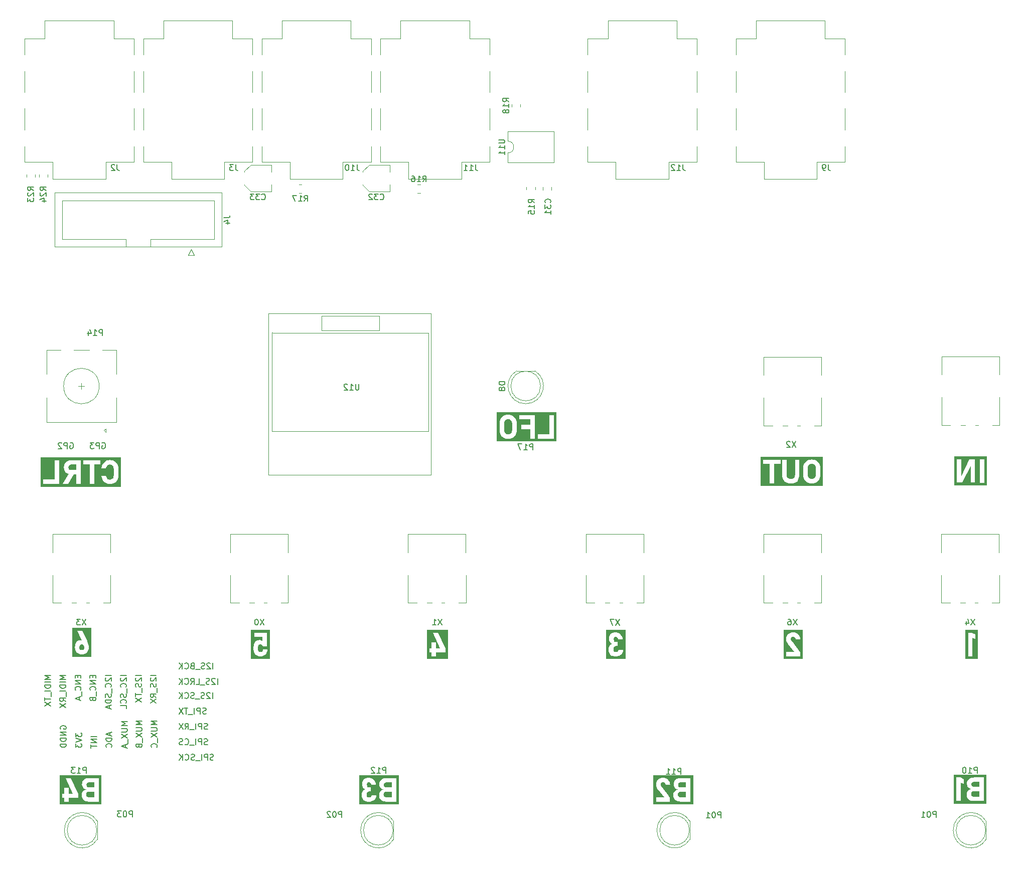
<source format=gbr>
%TF.GenerationSoftware,KiCad,Pcbnew,9.0.3*%
%TF.CreationDate,2025-08-21T10:40:16+02:00*%
%TF.ProjectId,RP2040-DSP_V2.0,52503230-3430-42d4-9453-505f56322e30,V2.0*%
%TF.SameCoordinates,Original*%
%TF.FileFunction,Legend,Bot*%
%TF.FilePolarity,Positive*%
%FSLAX46Y46*%
G04 Gerber Fmt 4.6, Leading zero omitted, Abs format (unit mm)*
G04 Created by KiCad (PCBNEW 9.0.3) date 2025-08-21 10:40:16*
%MOMM*%
%LPD*%
G01*
G04 APERTURE LIST*
%ADD10C,0.150000*%
%ADD11C,0.100000*%
%ADD12C,0.120000*%
G04 APERTURE END LIST*
D10*
X90901064Y-140807200D02*
X90758207Y-140854819D01*
X90758207Y-140854819D02*
X90520112Y-140854819D01*
X90520112Y-140854819D02*
X90424874Y-140807200D01*
X90424874Y-140807200D02*
X90377255Y-140759580D01*
X90377255Y-140759580D02*
X90329636Y-140664342D01*
X90329636Y-140664342D02*
X90329636Y-140569104D01*
X90329636Y-140569104D02*
X90377255Y-140473866D01*
X90377255Y-140473866D02*
X90424874Y-140426247D01*
X90424874Y-140426247D02*
X90520112Y-140378628D01*
X90520112Y-140378628D02*
X90710588Y-140331009D01*
X90710588Y-140331009D02*
X90805826Y-140283390D01*
X90805826Y-140283390D02*
X90853445Y-140235771D01*
X90853445Y-140235771D02*
X90901064Y-140140533D01*
X90901064Y-140140533D02*
X90901064Y-140045295D01*
X90901064Y-140045295D02*
X90853445Y-139950057D01*
X90853445Y-139950057D02*
X90805826Y-139902438D01*
X90805826Y-139902438D02*
X90710588Y-139854819D01*
X90710588Y-139854819D02*
X90472493Y-139854819D01*
X90472493Y-139854819D02*
X90329636Y-139902438D01*
X89901064Y-140854819D02*
X89901064Y-139854819D01*
X89901064Y-139854819D02*
X89520112Y-139854819D01*
X89520112Y-139854819D02*
X89424874Y-139902438D01*
X89424874Y-139902438D02*
X89377255Y-139950057D01*
X89377255Y-139950057D02*
X89329636Y-140045295D01*
X89329636Y-140045295D02*
X89329636Y-140188152D01*
X89329636Y-140188152D02*
X89377255Y-140283390D01*
X89377255Y-140283390D02*
X89424874Y-140331009D01*
X89424874Y-140331009D02*
X89520112Y-140378628D01*
X89520112Y-140378628D02*
X89901064Y-140378628D01*
X88901064Y-140854819D02*
X88901064Y-139854819D01*
X88662970Y-140950057D02*
X87901065Y-140950057D01*
X87091541Y-140759580D02*
X87139160Y-140807200D01*
X87139160Y-140807200D02*
X87282017Y-140854819D01*
X87282017Y-140854819D02*
X87377255Y-140854819D01*
X87377255Y-140854819D02*
X87520112Y-140807200D01*
X87520112Y-140807200D02*
X87615350Y-140711961D01*
X87615350Y-140711961D02*
X87662969Y-140616723D01*
X87662969Y-140616723D02*
X87710588Y-140426247D01*
X87710588Y-140426247D02*
X87710588Y-140283390D01*
X87710588Y-140283390D02*
X87662969Y-140092914D01*
X87662969Y-140092914D02*
X87615350Y-139997676D01*
X87615350Y-139997676D02*
X87520112Y-139902438D01*
X87520112Y-139902438D02*
X87377255Y-139854819D01*
X87377255Y-139854819D02*
X87282017Y-139854819D01*
X87282017Y-139854819D02*
X87139160Y-139902438D01*
X87139160Y-139902438D02*
X87091541Y-139950057D01*
X86710588Y-140807200D02*
X86567731Y-140854819D01*
X86567731Y-140854819D02*
X86329636Y-140854819D01*
X86329636Y-140854819D02*
X86234398Y-140807200D01*
X86234398Y-140807200D02*
X86186779Y-140759580D01*
X86186779Y-140759580D02*
X86139160Y-140664342D01*
X86139160Y-140664342D02*
X86139160Y-140569104D01*
X86139160Y-140569104D02*
X86186779Y-140473866D01*
X86186779Y-140473866D02*
X86234398Y-140426247D01*
X86234398Y-140426247D02*
X86329636Y-140378628D01*
X86329636Y-140378628D02*
X86520112Y-140331009D01*
X86520112Y-140331009D02*
X86615350Y-140283390D01*
X86615350Y-140283390D02*
X86662969Y-140235771D01*
X86662969Y-140235771D02*
X86710588Y-140140533D01*
X86710588Y-140140533D02*
X86710588Y-140045295D01*
X86710588Y-140045295D02*
X86662969Y-139950057D01*
X86662969Y-139950057D02*
X86615350Y-139902438D01*
X86615350Y-139902438D02*
X86520112Y-139854819D01*
X86520112Y-139854819D02*
X86282017Y-139854819D01*
X86282017Y-139854819D02*
X86139160Y-139902438D01*
X68654819Y-138882268D02*
X68654819Y-139501315D01*
X68654819Y-139501315D02*
X69035771Y-139167982D01*
X69035771Y-139167982D02*
X69035771Y-139310839D01*
X69035771Y-139310839D02*
X69083390Y-139406077D01*
X69083390Y-139406077D02*
X69131009Y-139453696D01*
X69131009Y-139453696D02*
X69226247Y-139501315D01*
X69226247Y-139501315D02*
X69464342Y-139501315D01*
X69464342Y-139501315D02*
X69559580Y-139453696D01*
X69559580Y-139453696D02*
X69607200Y-139406077D01*
X69607200Y-139406077D02*
X69654819Y-139310839D01*
X69654819Y-139310839D02*
X69654819Y-139025125D01*
X69654819Y-139025125D02*
X69607200Y-138929887D01*
X69607200Y-138929887D02*
X69559580Y-138882268D01*
X68654819Y-139787030D02*
X69654819Y-140120363D01*
X69654819Y-140120363D02*
X68654819Y-140453696D01*
X68654819Y-140691792D02*
X68654819Y-141310839D01*
X68654819Y-141310839D02*
X69035771Y-140977506D01*
X69035771Y-140977506D02*
X69035771Y-141120363D01*
X69035771Y-141120363D02*
X69083390Y-141215601D01*
X69083390Y-141215601D02*
X69131009Y-141263220D01*
X69131009Y-141263220D02*
X69226247Y-141310839D01*
X69226247Y-141310839D02*
X69464342Y-141310839D01*
X69464342Y-141310839D02*
X69559580Y-141263220D01*
X69559580Y-141263220D02*
X69607200Y-141215601D01*
X69607200Y-141215601D02*
X69654819Y-141120363D01*
X69654819Y-141120363D02*
X69654819Y-140834649D01*
X69654819Y-140834649D02*
X69607200Y-140739411D01*
X69607200Y-140739411D02*
X69559580Y-140691792D01*
D11*
G36*
X220933277Y-126354444D02*
G01*
X218811940Y-126354444D01*
X218811940Y-125910000D01*
X219256384Y-125910000D01*
X220005233Y-125910000D01*
X220005233Y-122816908D01*
X220488833Y-122999846D01*
X220488833Y-122204836D01*
X219895812Y-121936901D01*
X219256384Y-121936901D01*
X219256384Y-125910000D01*
X218811940Y-125910000D01*
X218811940Y-121492457D01*
X220933277Y-121492457D01*
X220933277Y-126354444D01*
G37*
D10*
X190209523Y-89654819D02*
X189542857Y-90654819D01*
X189542857Y-89654819D02*
X190209523Y-90654819D01*
X189209523Y-89750057D02*
X189161904Y-89702438D01*
X189161904Y-89702438D02*
X189066666Y-89654819D01*
X189066666Y-89654819D02*
X188828571Y-89654819D01*
X188828571Y-89654819D02*
X188733333Y-89702438D01*
X188733333Y-89702438D02*
X188685714Y-89750057D01*
X188685714Y-89750057D02*
X188638095Y-89845295D01*
X188638095Y-89845295D02*
X188638095Y-89940533D01*
X188638095Y-89940533D02*
X188685714Y-90083390D01*
X188685714Y-90083390D02*
X189257142Y-90654819D01*
X189257142Y-90654819D02*
X188638095Y-90654819D01*
X145817535Y-91054819D02*
X145817535Y-90054819D01*
X145817535Y-90054819D02*
X145436583Y-90054819D01*
X145436583Y-90054819D02*
X145341345Y-90102438D01*
X145341345Y-90102438D02*
X145293726Y-90150057D01*
X145293726Y-90150057D02*
X145246107Y-90245295D01*
X145246107Y-90245295D02*
X145246107Y-90388152D01*
X145246107Y-90388152D02*
X145293726Y-90483390D01*
X145293726Y-90483390D02*
X145341345Y-90531009D01*
X145341345Y-90531009D02*
X145436583Y-90578628D01*
X145436583Y-90578628D02*
X145817535Y-90578628D01*
X144293726Y-91054819D02*
X144865154Y-91054819D01*
X144579440Y-91054819D02*
X144579440Y-90054819D01*
X144579440Y-90054819D02*
X144674678Y-90197676D01*
X144674678Y-90197676D02*
X144769916Y-90292914D01*
X144769916Y-90292914D02*
X144865154Y-90340533D01*
X143960392Y-90054819D02*
X143293726Y-90054819D01*
X143293726Y-90054819D02*
X143722297Y-91054819D01*
X170814285Y-145854819D02*
X170814285Y-144854819D01*
X170814285Y-144854819D02*
X170433333Y-144854819D01*
X170433333Y-144854819D02*
X170338095Y-144902438D01*
X170338095Y-144902438D02*
X170290476Y-144950057D01*
X170290476Y-144950057D02*
X170242857Y-145045295D01*
X170242857Y-145045295D02*
X170242857Y-145188152D01*
X170242857Y-145188152D02*
X170290476Y-145283390D01*
X170290476Y-145283390D02*
X170338095Y-145331009D01*
X170338095Y-145331009D02*
X170433333Y-145378628D01*
X170433333Y-145378628D02*
X170814285Y-145378628D01*
X169290476Y-145854819D02*
X169861904Y-145854819D01*
X169576190Y-145854819D02*
X169576190Y-144854819D01*
X169576190Y-144854819D02*
X169671428Y-144997676D01*
X169671428Y-144997676D02*
X169766666Y-145092914D01*
X169766666Y-145092914D02*
X169861904Y-145140533D01*
X168338095Y-145854819D02*
X168909523Y-145854819D01*
X168623809Y-145854819D02*
X168623809Y-144854819D01*
X168623809Y-144854819D02*
X168719047Y-144997676D01*
X168719047Y-144997676D02*
X168814285Y-145092914D01*
X168814285Y-145092914D02*
X168909523Y-145140533D01*
X70409523Y-119654819D02*
X69742857Y-120654819D01*
X69742857Y-119654819D02*
X70409523Y-120654819D01*
X69457142Y-119654819D02*
X68838095Y-119654819D01*
X68838095Y-119654819D02*
X69171428Y-120035771D01*
X69171428Y-120035771D02*
X69028571Y-120035771D01*
X69028571Y-120035771D02*
X68933333Y-120083390D01*
X68933333Y-120083390D02*
X68885714Y-120131009D01*
X68885714Y-120131009D02*
X68838095Y-120226247D01*
X68838095Y-120226247D02*
X68838095Y-120464342D01*
X68838095Y-120464342D02*
X68885714Y-120559580D01*
X68885714Y-120559580D02*
X68933333Y-120607200D01*
X68933333Y-120607200D02*
X69028571Y-120654819D01*
X69028571Y-120654819D02*
X69314285Y-120654819D01*
X69314285Y-120654819D02*
X69409523Y-120607200D01*
X69409523Y-120607200D02*
X69457142Y-120559580D01*
X77354819Y-136977506D02*
X76354819Y-136977506D01*
X76354819Y-136977506D02*
X77069104Y-137310839D01*
X77069104Y-137310839D02*
X76354819Y-137644172D01*
X76354819Y-137644172D02*
X77354819Y-137644172D01*
X76354819Y-138120363D02*
X77164342Y-138120363D01*
X77164342Y-138120363D02*
X77259580Y-138167982D01*
X77259580Y-138167982D02*
X77307200Y-138215601D01*
X77307200Y-138215601D02*
X77354819Y-138310839D01*
X77354819Y-138310839D02*
X77354819Y-138501315D01*
X77354819Y-138501315D02*
X77307200Y-138596553D01*
X77307200Y-138596553D02*
X77259580Y-138644172D01*
X77259580Y-138644172D02*
X77164342Y-138691791D01*
X77164342Y-138691791D02*
X76354819Y-138691791D01*
X76354819Y-139072744D02*
X77354819Y-139739410D01*
X76354819Y-139739410D02*
X77354819Y-139072744D01*
X77450057Y-139882268D02*
X77450057Y-140644172D01*
X77069104Y-140834649D02*
X77069104Y-141310839D01*
X77354819Y-140739411D02*
X76354819Y-141072744D01*
X76354819Y-141072744D02*
X77354819Y-141406077D01*
X77204819Y-129136779D02*
X76204819Y-129136779D01*
X76300057Y-129565350D02*
X76252438Y-129612969D01*
X76252438Y-129612969D02*
X76204819Y-129708207D01*
X76204819Y-129708207D02*
X76204819Y-129946302D01*
X76204819Y-129946302D02*
X76252438Y-130041540D01*
X76252438Y-130041540D02*
X76300057Y-130089159D01*
X76300057Y-130089159D02*
X76395295Y-130136778D01*
X76395295Y-130136778D02*
X76490533Y-130136778D01*
X76490533Y-130136778D02*
X76633390Y-130089159D01*
X76633390Y-130089159D02*
X77204819Y-129517731D01*
X77204819Y-129517731D02*
X77204819Y-130136778D01*
X77109580Y-131136778D02*
X77157200Y-131089159D01*
X77157200Y-131089159D02*
X77204819Y-130946302D01*
X77204819Y-130946302D02*
X77204819Y-130851064D01*
X77204819Y-130851064D02*
X77157200Y-130708207D01*
X77157200Y-130708207D02*
X77061961Y-130612969D01*
X77061961Y-130612969D02*
X76966723Y-130565350D01*
X76966723Y-130565350D02*
X76776247Y-130517731D01*
X76776247Y-130517731D02*
X76633390Y-130517731D01*
X76633390Y-130517731D02*
X76442914Y-130565350D01*
X76442914Y-130565350D02*
X76347676Y-130612969D01*
X76347676Y-130612969D02*
X76252438Y-130708207D01*
X76252438Y-130708207D02*
X76204819Y-130851064D01*
X76204819Y-130851064D02*
X76204819Y-130946302D01*
X76204819Y-130946302D02*
X76252438Y-131089159D01*
X76252438Y-131089159D02*
X76300057Y-131136778D01*
X77300057Y-131327255D02*
X77300057Y-132089159D01*
X77157200Y-132279636D02*
X77204819Y-132422493D01*
X77204819Y-132422493D02*
X77204819Y-132660588D01*
X77204819Y-132660588D02*
X77157200Y-132755826D01*
X77157200Y-132755826D02*
X77109580Y-132803445D01*
X77109580Y-132803445D02*
X77014342Y-132851064D01*
X77014342Y-132851064D02*
X76919104Y-132851064D01*
X76919104Y-132851064D02*
X76823866Y-132803445D01*
X76823866Y-132803445D02*
X76776247Y-132755826D01*
X76776247Y-132755826D02*
X76728628Y-132660588D01*
X76728628Y-132660588D02*
X76681009Y-132470112D01*
X76681009Y-132470112D02*
X76633390Y-132374874D01*
X76633390Y-132374874D02*
X76585771Y-132327255D01*
X76585771Y-132327255D02*
X76490533Y-132279636D01*
X76490533Y-132279636D02*
X76395295Y-132279636D01*
X76395295Y-132279636D02*
X76300057Y-132327255D01*
X76300057Y-132327255D02*
X76252438Y-132374874D01*
X76252438Y-132374874D02*
X76204819Y-132470112D01*
X76204819Y-132470112D02*
X76204819Y-132708207D01*
X76204819Y-132708207D02*
X76252438Y-132851064D01*
X77109580Y-133851064D02*
X77157200Y-133803445D01*
X77157200Y-133803445D02*
X77204819Y-133660588D01*
X77204819Y-133660588D02*
X77204819Y-133565350D01*
X77204819Y-133565350D02*
X77157200Y-133422493D01*
X77157200Y-133422493D02*
X77061961Y-133327255D01*
X77061961Y-133327255D02*
X76966723Y-133279636D01*
X76966723Y-133279636D02*
X76776247Y-133232017D01*
X76776247Y-133232017D02*
X76633390Y-133232017D01*
X76633390Y-133232017D02*
X76442914Y-133279636D01*
X76442914Y-133279636D02*
X76347676Y-133327255D01*
X76347676Y-133327255D02*
X76252438Y-133422493D01*
X76252438Y-133422493D02*
X76204819Y-133565350D01*
X76204819Y-133565350D02*
X76204819Y-133660588D01*
X76204819Y-133660588D02*
X76252438Y-133803445D01*
X76252438Y-133803445D02*
X76300057Y-133851064D01*
X77204819Y-134755826D02*
X77204819Y-134279636D01*
X77204819Y-134279636D02*
X76204819Y-134279636D01*
X74654819Y-129136779D02*
X73654819Y-129136779D01*
X73750057Y-129565350D02*
X73702438Y-129612969D01*
X73702438Y-129612969D02*
X73654819Y-129708207D01*
X73654819Y-129708207D02*
X73654819Y-129946302D01*
X73654819Y-129946302D02*
X73702438Y-130041540D01*
X73702438Y-130041540D02*
X73750057Y-130089159D01*
X73750057Y-130089159D02*
X73845295Y-130136778D01*
X73845295Y-130136778D02*
X73940533Y-130136778D01*
X73940533Y-130136778D02*
X74083390Y-130089159D01*
X74083390Y-130089159D02*
X74654819Y-129517731D01*
X74654819Y-129517731D02*
X74654819Y-130136778D01*
X74559580Y-131136778D02*
X74607200Y-131089159D01*
X74607200Y-131089159D02*
X74654819Y-130946302D01*
X74654819Y-130946302D02*
X74654819Y-130851064D01*
X74654819Y-130851064D02*
X74607200Y-130708207D01*
X74607200Y-130708207D02*
X74511961Y-130612969D01*
X74511961Y-130612969D02*
X74416723Y-130565350D01*
X74416723Y-130565350D02*
X74226247Y-130517731D01*
X74226247Y-130517731D02*
X74083390Y-130517731D01*
X74083390Y-130517731D02*
X73892914Y-130565350D01*
X73892914Y-130565350D02*
X73797676Y-130612969D01*
X73797676Y-130612969D02*
X73702438Y-130708207D01*
X73702438Y-130708207D02*
X73654819Y-130851064D01*
X73654819Y-130851064D02*
X73654819Y-130946302D01*
X73654819Y-130946302D02*
X73702438Y-131089159D01*
X73702438Y-131089159D02*
X73750057Y-131136778D01*
X74750057Y-131327255D02*
X74750057Y-132089159D01*
X74607200Y-132279636D02*
X74654819Y-132422493D01*
X74654819Y-132422493D02*
X74654819Y-132660588D01*
X74654819Y-132660588D02*
X74607200Y-132755826D01*
X74607200Y-132755826D02*
X74559580Y-132803445D01*
X74559580Y-132803445D02*
X74464342Y-132851064D01*
X74464342Y-132851064D02*
X74369104Y-132851064D01*
X74369104Y-132851064D02*
X74273866Y-132803445D01*
X74273866Y-132803445D02*
X74226247Y-132755826D01*
X74226247Y-132755826D02*
X74178628Y-132660588D01*
X74178628Y-132660588D02*
X74131009Y-132470112D01*
X74131009Y-132470112D02*
X74083390Y-132374874D01*
X74083390Y-132374874D02*
X74035771Y-132327255D01*
X74035771Y-132327255D02*
X73940533Y-132279636D01*
X73940533Y-132279636D02*
X73845295Y-132279636D01*
X73845295Y-132279636D02*
X73750057Y-132327255D01*
X73750057Y-132327255D02*
X73702438Y-132374874D01*
X73702438Y-132374874D02*
X73654819Y-132470112D01*
X73654819Y-132470112D02*
X73654819Y-132708207D01*
X73654819Y-132708207D02*
X73702438Y-132851064D01*
X74654819Y-133279636D02*
X73654819Y-133279636D01*
X73654819Y-133279636D02*
X73654819Y-133517731D01*
X73654819Y-133517731D02*
X73702438Y-133660588D01*
X73702438Y-133660588D02*
X73797676Y-133755826D01*
X73797676Y-133755826D02*
X73892914Y-133803445D01*
X73892914Y-133803445D02*
X74083390Y-133851064D01*
X74083390Y-133851064D02*
X74226247Y-133851064D01*
X74226247Y-133851064D02*
X74416723Y-133803445D01*
X74416723Y-133803445D02*
X74511961Y-133755826D01*
X74511961Y-133755826D02*
X74607200Y-133660588D01*
X74607200Y-133660588D02*
X74654819Y-133517731D01*
X74654819Y-133517731D02*
X74654819Y-133279636D01*
X74369104Y-134232017D02*
X74369104Y-134708207D01*
X74654819Y-134136779D02*
X73654819Y-134470112D01*
X73654819Y-134470112D02*
X74654819Y-134803445D01*
D11*
G36*
X122000731Y-149738506D02*
G01*
X121153453Y-149738506D01*
X120986609Y-149723000D01*
X120856877Y-149680491D01*
X120756070Y-149614187D01*
X120679424Y-149522753D01*
X120632218Y-149408913D01*
X120615386Y-149265896D01*
X120615386Y-149257592D01*
X120631860Y-149115163D01*
X120678156Y-149000893D01*
X120754724Y-148907854D01*
X120862560Y-148838471D01*
X120991783Y-148797187D01*
X121153453Y-148782295D01*
X122000731Y-148782295D01*
X122000731Y-149738506D01*
G37*
G36*
X122000731Y-148060802D02*
G01*
X121153453Y-148060802D01*
X121003058Y-148046233D01*
X120885841Y-148006173D01*
X120794416Y-147943321D01*
X120725409Y-147857329D01*
X120682534Y-147749360D01*
X120667166Y-147612861D01*
X120682235Y-147491133D01*
X120724737Y-147393718D01*
X120794416Y-147314884D01*
X120884973Y-147258307D01*
X121002166Y-147221772D01*
X121153453Y-147208394D01*
X122000731Y-147208394D01*
X122000731Y-148060802D01*
G37*
G36*
X123193780Y-150945476D02*
G01*
X116495820Y-150945476D01*
X116495820Y-149284947D01*
X116940264Y-149284947D01*
X116940264Y-149405359D01*
X116956626Y-149633207D01*
X117003059Y-149829048D01*
X117077040Y-149998136D01*
X117181695Y-150148655D01*
X117313574Y-150272783D01*
X117475888Y-150372561D01*
X117655173Y-150441773D01*
X117863772Y-150485548D01*
X118107012Y-150501032D01*
X118344627Y-150485675D01*
X118557554Y-150441391D01*
X118749371Y-150369874D01*
X118925428Y-150268232D01*
X119073890Y-150141306D01*
X119197556Y-149987390D01*
X119290292Y-149812992D01*
X119351725Y-149615009D01*
X119380494Y-149388750D01*
X118607221Y-149388750D01*
X118580100Y-149505113D01*
X118534925Y-149598066D01*
X118470558Y-149674186D01*
X118391311Y-149729225D01*
X118298985Y-149762492D01*
X118189078Y-149774166D01*
X118051757Y-149759631D01*
X117944275Y-149719406D01*
X117859838Y-149655464D01*
X117797462Y-149569396D01*
X117758070Y-149460023D01*
X117748840Y-149369699D01*
X119861164Y-149369699D01*
X119861164Y-149378004D01*
X119878214Y-149601827D01*
X119926760Y-149795002D01*
X120004535Y-149962721D01*
X120113690Y-150110859D01*
X120251803Y-150233754D01*
X120422678Y-150332993D01*
X120609869Y-150401310D01*
X120828034Y-150444648D01*
X121082623Y-150460000D01*
X122000731Y-150460000D01*
X122749336Y-150460000D01*
X122749336Y-146486901D01*
X122421318Y-146486901D01*
X121129029Y-146486901D01*
X120874443Y-146502304D01*
X120656808Y-146545744D01*
X120470550Y-146614152D01*
X120300582Y-146713264D01*
X120163366Y-146835682D01*
X120055093Y-146982958D01*
X119977968Y-147149638D01*
X119929841Y-147341453D01*
X119912944Y-147563524D01*
X119918202Y-147612861D01*
X119936670Y-147786171D01*
X120004535Y-147974829D01*
X120116301Y-148137086D01*
X120271004Y-148268653D01*
X120459012Y-148363096D01*
X120691834Y-148424235D01*
X120443722Y-148483710D01*
X120242427Y-148584214D01*
X120077452Y-148727607D01*
X119958129Y-148908080D01*
X119886437Y-149118281D01*
X119872433Y-149257592D01*
X119861164Y-149369699D01*
X117748840Y-149369699D01*
X117743823Y-149320607D01*
X117743823Y-149227550D01*
X117769810Y-149018166D01*
X117838101Y-148878039D01*
X117908692Y-148810387D01*
X117996506Y-148769437D01*
X118107012Y-148754940D01*
X118443334Y-148754940D01*
X118443334Y-148033447D01*
X118107012Y-148033447D01*
X117980145Y-148006046D01*
X117887193Y-147925736D01*
X117830733Y-147803645D01*
X117809280Y-147623607D01*
X117809280Y-147555464D01*
X117832735Y-147387100D01*
X117895498Y-147272630D01*
X117996272Y-147198825D01*
X118137298Y-147172735D01*
X118234117Y-147185821D01*
X118321701Y-147224759D01*
X118397210Y-147286994D01*
X118462385Y-147375212D01*
X118510390Y-147480406D01*
X118544207Y-147612861D01*
X119314793Y-147612861D01*
X119277070Y-147375215D01*
X119211498Y-147167580D01*
X119119643Y-146985645D01*
X118998823Y-146822320D01*
X118857732Y-146689373D01*
X118694660Y-146584110D01*
X118515301Y-146508162D01*
X118321409Y-146461938D01*
X118109943Y-146446113D01*
X117845765Y-146465226D01*
X117626758Y-146518629D01*
X117444976Y-146602361D01*
X117294172Y-146715268D01*
X117171735Y-146858377D01*
X117082381Y-147029258D01*
X117026022Y-147233526D01*
X117005965Y-147478771D01*
X117005965Y-147599183D01*
X117022125Y-147778844D01*
X117068859Y-147937816D01*
X117145428Y-148080097D01*
X117249563Y-148203494D01*
X117380276Y-148305248D01*
X117541590Y-148386133D01*
X117362713Y-148449605D01*
X117216476Y-148548938D01*
X117097556Y-148686552D01*
X117012957Y-148850184D01*
X116959390Y-149047109D01*
X116940264Y-149284947D01*
X116495820Y-149284947D01*
X116495820Y-146001669D01*
X123193780Y-146001669D01*
X123193780Y-150945476D01*
G37*
G36*
X69826280Y-123936351D02*
G01*
X69925810Y-123981427D01*
X70006279Y-124055708D01*
X70063591Y-124151693D01*
X70100665Y-124275364D01*
X70114234Y-124434284D01*
X70114234Y-124436971D01*
X70100802Y-124575150D01*
X70063960Y-124682149D01*
X70006279Y-124764989D01*
X69927425Y-124826961D01*
X69827942Y-124865636D01*
X69701708Y-124879539D01*
X69573611Y-124865415D01*
X69473240Y-124826216D01*
X69394207Y-124763524D01*
X69336458Y-124679791D01*
X69299644Y-124572317D01*
X69286251Y-124434284D01*
X69286251Y-124431598D01*
X69299933Y-124270841D01*
X69337098Y-124147383D01*
X69394207Y-124053021D01*
X69474542Y-123980506D01*
X69574958Y-123936173D01*
X69701708Y-123920397D01*
X69826280Y-123936351D01*
G37*
G36*
X71307283Y-126045476D02*
G01*
X68093203Y-126045476D01*
X68093203Y-124384947D01*
X68537647Y-124384947D01*
X68537647Y-124387878D01*
X68540493Y-124431598D01*
X68554056Y-124639952D01*
X68600525Y-124856730D01*
X68674179Y-125043670D01*
X68779965Y-125212356D01*
X68911736Y-125349700D01*
X69071806Y-125458883D01*
X69250971Y-125535675D01*
X69459066Y-125583983D01*
X69701708Y-125601032D01*
X69942443Y-125584193D01*
X70149631Y-125536409D01*
X70328680Y-125460348D01*
X70488858Y-125352123D01*
X70620598Y-125216500D01*
X70726307Y-125050509D01*
X70799900Y-124866259D01*
X70846395Y-124651735D01*
X70862839Y-124401311D01*
X70862839Y-124398625D01*
X70849964Y-124180381D01*
X70809594Y-123942379D01*
X70745628Y-123703026D01*
X70657919Y-123458778D01*
X70623969Y-123376713D01*
X70586844Y-123297578D01*
X69780843Y-121586901D01*
X68933809Y-121586901D01*
X69719836Y-123215373D01*
X69573237Y-123199148D01*
X69358326Y-123215743D01*
X69173268Y-123262965D01*
X69012943Y-123338611D01*
X68871675Y-123444392D01*
X68754254Y-123578355D01*
X68659280Y-123744298D01*
X68593882Y-123925898D01*
X68552361Y-124137689D01*
X68537647Y-124384947D01*
X68093203Y-124384947D01*
X68093203Y-121142457D01*
X71307283Y-121142457D01*
X71307283Y-126045476D01*
G37*
G36*
X68761199Y-94490181D02*
G01*
X67829412Y-94490181D01*
X67720284Y-94475496D01*
X67627179Y-94432784D01*
X67550563Y-94364236D01*
X67491869Y-94268897D01*
X67455851Y-94156722D01*
X67441311Y-94022944D01*
X67453818Y-93888990D01*
X67489182Y-93776992D01*
X67547876Y-93681653D01*
X67624493Y-93613105D01*
X67717954Y-93570477D01*
X67829412Y-93555708D01*
X68761199Y-93555708D01*
X68761199Y-94490181D01*
G37*
G36*
X76300653Y-97295476D02*
G01*
X62753880Y-97295476D01*
X62753880Y-96088506D01*
X63198324Y-96088506D01*
X63198324Y-96810000D01*
X65111234Y-96810000D01*
X65859838Y-96810000D01*
X66504151Y-96810000D01*
X67411269Y-96810000D01*
X68306949Y-95211430D01*
X68761199Y-95211430D01*
X68761199Y-96810000D01*
X69509803Y-96810000D01*
X69509803Y-93558394D01*
X69945532Y-93558394D01*
X71027528Y-93558394D01*
X71027528Y-96810000D01*
X71776133Y-96810000D01*
X71776133Y-94167780D01*
X72995149Y-94167780D01*
X73771352Y-94167780D01*
X73828675Y-93981295D01*
X73906663Y-93831702D01*
X74009157Y-93707224D01*
X74127947Y-93618478D01*
X74264128Y-93563511D01*
X74418840Y-93544717D01*
X74618163Y-93567411D01*
X74776900Y-93630935D01*
X74906060Y-93735684D01*
X75002336Y-93882260D01*
X75059375Y-94058062D01*
X75080006Y-94279644D01*
X75080006Y-95369944D01*
X75059349Y-95591395D01*
X75002336Y-95766350D01*
X74906163Y-95911706D01*
X74776900Y-96016210D01*
X74618180Y-96079550D01*
X74418840Y-96102184D01*
X74261494Y-96083705D01*
X74123795Y-96029888D01*
X74004280Y-95942000D01*
X73902511Y-95818129D01*
X73826223Y-95668034D01*
X73771352Y-95479364D01*
X72995149Y-95479364D01*
X73061812Y-95763707D01*
X73152197Y-96009336D01*
X73264549Y-96221130D01*
X73406443Y-96412525D01*
X73568065Y-96567600D01*
X73750836Y-96689832D01*
X73952103Y-96778230D01*
X74173414Y-96832372D01*
X74418840Y-96851032D01*
X74717117Y-96830255D01*
X74973522Y-96771334D01*
X75194800Y-96677620D01*
X75392818Y-96544203D01*
X75555795Y-96376897D01*
X75686705Y-96172037D01*
X75778063Y-95944583D01*
X75835789Y-95679557D01*
X75856209Y-95369944D01*
X75856209Y-94279644D01*
X75835785Y-93970029D01*
X75778055Y-93705092D01*
X75686705Y-93477794D01*
X75555839Y-93272852D01*
X75392859Y-93105121D01*
X75194800Y-92970990D01*
X74973434Y-92876455D01*
X74717034Y-92817053D01*
X74418840Y-92796113D01*
X74173399Y-92814749D01*
X73951575Y-92868869D01*
X73749371Y-92957313D01*
X73565817Y-93079611D01*
X73403720Y-93234699D01*
X73261618Y-93426015D01*
X73149565Y-93637718D01*
X73060142Y-93883319D01*
X72995149Y-94167780D01*
X71776133Y-94167780D01*
X71776133Y-93558394D01*
X72858128Y-93558394D01*
X72858128Y-92836901D01*
X69945532Y-92836901D01*
X69945532Y-93558394D01*
X69509803Y-93558394D01*
X69509803Y-92834214D01*
X69212071Y-92834214D01*
X67769329Y-92834214D01*
X67554732Y-92851388D01*
X67363895Y-92900986D01*
X67192671Y-92981737D01*
X67039959Y-93093075D01*
X66912138Y-93230971D01*
X66807500Y-93398415D01*
X66733047Y-93582462D01*
X66686822Y-93789260D01*
X66670724Y-94022944D01*
X66686818Y-94256464D01*
X66733039Y-94463185D01*
X66807500Y-94647229D01*
X66912224Y-94814569D01*
X67040507Y-94952476D01*
X67194137Y-95063907D01*
X67366103Y-95144789D01*
X67456065Y-95168192D01*
X66504151Y-96810000D01*
X65859838Y-96810000D01*
X65859838Y-92836901D01*
X65111234Y-92836901D01*
X65111234Y-96088506D01*
X63198324Y-96088506D01*
X62753880Y-96088506D01*
X62753880Y-92351669D01*
X76300653Y-92351669D01*
X76300653Y-97295476D01*
G37*
D10*
X74469104Y-138834649D02*
X74469104Y-139310839D01*
X74754819Y-138739411D02*
X73754819Y-139072744D01*
X73754819Y-139072744D02*
X74754819Y-139406077D01*
X74754819Y-139739411D02*
X73754819Y-139739411D01*
X73754819Y-139739411D02*
X73754819Y-139977506D01*
X73754819Y-139977506D02*
X73802438Y-140120363D01*
X73802438Y-140120363D02*
X73897676Y-140215601D01*
X73897676Y-140215601D02*
X73992914Y-140263220D01*
X73992914Y-140263220D02*
X74183390Y-140310839D01*
X74183390Y-140310839D02*
X74326247Y-140310839D01*
X74326247Y-140310839D02*
X74516723Y-140263220D01*
X74516723Y-140263220D02*
X74611961Y-140215601D01*
X74611961Y-140215601D02*
X74707200Y-140120363D01*
X74707200Y-140120363D02*
X74754819Y-139977506D01*
X74754819Y-139977506D02*
X74754819Y-139739411D01*
X74659580Y-141310839D02*
X74707200Y-141263220D01*
X74707200Y-141263220D02*
X74754819Y-141120363D01*
X74754819Y-141120363D02*
X74754819Y-141025125D01*
X74754819Y-141025125D02*
X74707200Y-140882268D01*
X74707200Y-140882268D02*
X74611961Y-140787030D01*
X74611961Y-140787030D02*
X74516723Y-140739411D01*
X74516723Y-140739411D02*
X74326247Y-140691792D01*
X74326247Y-140691792D02*
X74183390Y-140691792D01*
X74183390Y-140691792D02*
X73992914Y-140739411D01*
X73992914Y-140739411D02*
X73897676Y-140787030D01*
X73897676Y-140787030D02*
X73802438Y-140882268D01*
X73802438Y-140882268D02*
X73754819Y-141025125D01*
X73754819Y-141025125D02*
X73754819Y-141120363D01*
X73754819Y-141120363D02*
X73802438Y-141263220D01*
X73802438Y-141263220D02*
X73850057Y-141310839D01*
D11*
G36*
X101463389Y-126395476D02*
G01*
X98238074Y-126395476D01*
X98238074Y-124398869D01*
X98682518Y-124398869D01*
X98682518Y-124732260D01*
X98699136Y-124986250D01*
X98746130Y-125203933D01*
X98820516Y-125390983D01*
X98927174Y-125559726D01*
X99059837Y-125697596D01*
X99220830Y-125807662D01*
X99401033Y-125885103D01*
X99610486Y-125933831D01*
X99854884Y-125951032D01*
X100064352Y-125934851D01*
X100254983Y-125887703D01*
X100430076Y-125810348D01*
X100588076Y-125703072D01*
X100724175Y-125567480D01*
X100839915Y-125400509D01*
X100926374Y-125215483D01*
X100986661Y-125004222D01*
X101018945Y-124762302D01*
X101018945Y-124759616D01*
X100270097Y-124759616D01*
X100270097Y-124762302D01*
X100223282Y-124962866D01*
X100136252Y-125102533D01*
X100054702Y-125169648D01*
X99958722Y-125210069D01*
X99843893Y-125224166D01*
X99718620Y-125208861D01*
X99619120Y-125165865D01*
X99539322Y-125095694D01*
X99481967Y-125004069D01*
X99444930Y-124885448D01*
X99431367Y-124732260D01*
X99431367Y-124398869D01*
X99443738Y-124244790D01*
X99477229Y-124126747D01*
X99528331Y-124036901D01*
X99600984Y-123966789D01*
X99689868Y-123924692D01*
X99800174Y-123909895D01*
X99951894Y-123931144D01*
X100074947Y-123991960D01*
X100169918Y-124088819D01*
X100231995Y-124221304D01*
X100931506Y-124221304D01*
X100931506Y-121936901D01*
X98797312Y-121936901D01*
X98797312Y-122658394D01*
X100182658Y-122658394D01*
X100182658Y-123360593D01*
X100086467Y-123289341D01*
X99951848Y-123230900D01*
X99804839Y-123194820D01*
X99660711Y-123183028D01*
X99459068Y-123199808D01*
X99284512Y-123247768D01*
X99132169Y-123325177D01*
X98999308Y-123432230D01*
X98887949Y-123569113D01*
X98797312Y-123740390D01*
X98735770Y-123926087D01*
X98696485Y-124143778D01*
X98682518Y-124398869D01*
X98238074Y-124398869D01*
X98238074Y-121492457D01*
X101463389Y-121492457D01*
X101463389Y-126395476D01*
G37*
G36*
X222441617Y-97054444D02*
G01*
X216914313Y-97054444D01*
X216914313Y-96610000D01*
X221220969Y-96610000D01*
X221997173Y-96610000D01*
X221997173Y-92636901D01*
X221220969Y-92636901D01*
X221220969Y-96610000D01*
X216914313Y-96610000D01*
X216914313Y-96607313D01*
X217358757Y-96607313D01*
X218279553Y-96607313D01*
X219686880Y-93742946D01*
X219686880Y-96607313D01*
X220402756Y-96607313D01*
X220402756Y-92636901D01*
X219487334Y-92636901D01*
X218074633Y-95546103D01*
X218074633Y-92636901D01*
X217358757Y-92636901D01*
X217358757Y-96607313D01*
X216914313Y-96607313D01*
X216914313Y-92192457D01*
X222441617Y-92192457D01*
X222441617Y-97054444D01*
G37*
D10*
X90901064Y-138207200D02*
X90758207Y-138254819D01*
X90758207Y-138254819D02*
X90520112Y-138254819D01*
X90520112Y-138254819D02*
X90424874Y-138207200D01*
X90424874Y-138207200D02*
X90377255Y-138159580D01*
X90377255Y-138159580D02*
X90329636Y-138064342D01*
X90329636Y-138064342D02*
X90329636Y-137969104D01*
X90329636Y-137969104D02*
X90377255Y-137873866D01*
X90377255Y-137873866D02*
X90424874Y-137826247D01*
X90424874Y-137826247D02*
X90520112Y-137778628D01*
X90520112Y-137778628D02*
X90710588Y-137731009D01*
X90710588Y-137731009D02*
X90805826Y-137683390D01*
X90805826Y-137683390D02*
X90853445Y-137635771D01*
X90853445Y-137635771D02*
X90901064Y-137540533D01*
X90901064Y-137540533D02*
X90901064Y-137445295D01*
X90901064Y-137445295D02*
X90853445Y-137350057D01*
X90853445Y-137350057D02*
X90805826Y-137302438D01*
X90805826Y-137302438D02*
X90710588Y-137254819D01*
X90710588Y-137254819D02*
X90472493Y-137254819D01*
X90472493Y-137254819D02*
X90329636Y-137302438D01*
X89901064Y-138254819D02*
X89901064Y-137254819D01*
X89901064Y-137254819D02*
X89520112Y-137254819D01*
X89520112Y-137254819D02*
X89424874Y-137302438D01*
X89424874Y-137302438D02*
X89377255Y-137350057D01*
X89377255Y-137350057D02*
X89329636Y-137445295D01*
X89329636Y-137445295D02*
X89329636Y-137588152D01*
X89329636Y-137588152D02*
X89377255Y-137683390D01*
X89377255Y-137683390D02*
X89424874Y-137731009D01*
X89424874Y-137731009D02*
X89520112Y-137778628D01*
X89520112Y-137778628D02*
X89901064Y-137778628D01*
X88901064Y-138254819D02*
X88901064Y-137254819D01*
X88662970Y-138350057D02*
X87901065Y-138350057D01*
X87091541Y-138254819D02*
X87424874Y-137778628D01*
X87662969Y-138254819D02*
X87662969Y-137254819D01*
X87662969Y-137254819D02*
X87282017Y-137254819D01*
X87282017Y-137254819D02*
X87186779Y-137302438D01*
X87186779Y-137302438D02*
X87139160Y-137350057D01*
X87139160Y-137350057D02*
X87091541Y-137445295D01*
X87091541Y-137445295D02*
X87091541Y-137588152D01*
X87091541Y-137588152D02*
X87139160Y-137683390D01*
X87139160Y-137683390D02*
X87186779Y-137731009D01*
X87186779Y-137731009D02*
X87282017Y-137778628D01*
X87282017Y-137778628D02*
X87662969Y-137778628D01*
X86758207Y-137254819D02*
X86091541Y-138254819D01*
X86091541Y-137254819D02*
X86758207Y-138254819D01*
X64454819Y-129136779D02*
X63454819Y-129136779D01*
X63454819Y-129136779D02*
X64169104Y-129470112D01*
X64169104Y-129470112D02*
X63454819Y-129803445D01*
X63454819Y-129803445D02*
X64454819Y-129803445D01*
X64454819Y-130279636D02*
X63454819Y-130279636D01*
X64454819Y-130755826D02*
X63454819Y-130755826D01*
X63454819Y-130755826D02*
X63454819Y-130993921D01*
X63454819Y-130993921D02*
X63502438Y-131136778D01*
X63502438Y-131136778D02*
X63597676Y-131232016D01*
X63597676Y-131232016D02*
X63692914Y-131279635D01*
X63692914Y-131279635D02*
X63883390Y-131327254D01*
X63883390Y-131327254D02*
X64026247Y-131327254D01*
X64026247Y-131327254D02*
X64216723Y-131279635D01*
X64216723Y-131279635D02*
X64311961Y-131232016D01*
X64311961Y-131232016D02*
X64407200Y-131136778D01*
X64407200Y-131136778D02*
X64454819Y-130993921D01*
X64454819Y-130993921D02*
X64454819Y-130755826D01*
X64454819Y-131755826D02*
X63454819Y-131755826D01*
X64550057Y-131993921D02*
X64550057Y-132755825D01*
X63454819Y-132851064D02*
X63454819Y-133422492D01*
X64454819Y-133136778D02*
X63454819Y-133136778D01*
X63454819Y-133660588D02*
X64454819Y-134327254D01*
X63454819Y-134327254D02*
X64454819Y-133660588D01*
D11*
G36*
X131486244Y-126357130D02*
G01*
X127933399Y-126357130D01*
X127933399Y-124579364D01*
X128377843Y-124579364D01*
X128377843Y-125300614D01*
X128689252Y-125300614D01*
X128689252Y-125912686D01*
X129437857Y-125912686D01*
X129437857Y-125300614D01*
X131041800Y-125300614D01*
X131041800Y-124612093D01*
X129817654Y-121939832D01*
X128970620Y-121939832D01*
X130162037Y-124579364D01*
X129437857Y-124579364D01*
X129437857Y-123573817D01*
X128689252Y-123573817D01*
X128689252Y-124579364D01*
X128377843Y-124579364D01*
X127933399Y-124579364D01*
X127933399Y-121495388D01*
X131486244Y-121495388D01*
X131486244Y-126357130D01*
G37*
G36*
X171667514Y-149738506D02*
G01*
X170820236Y-149738506D01*
X170653392Y-149723000D01*
X170523660Y-149680491D01*
X170422853Y-149614187D01*
X170346207Y-149522753D01*
X170299001Y-149408913D01*
X170282169Y-149265896D01*
X170282169Y-149257592D01*
X170298643Y-149115163D01*
X170344939Y-149000893D01*
X170421507Y-148907854D01*
X170529343Y-148838471D01*
X170658566Y-148797187D01*
X170820236Y-148782295D01*
X171667514Y-148782295D01*
X171667514Y-149738506D01*
G37*
G36*
X171667514Y-148060802D02*
G01*
X170820236Y-148060802D01*
X170669841Y-148046233D01*
X170552624Y-148006173D01*
X170461199Y-147943321D01*
X170392192Y-147857329D01*
X170349317Y-147749360D01*
X170333949Y-147612861D01*
X170349018Y-147491133D01*
X170391520Y-147393718D01*
X170461199Y-147314884D01*
X170551756Y-147258307D01*
X170668949Y-147221772D01*
X170820236Y-147208394D01*
X171667514Y-147208394D01*
X171667514Y-148060802D01*
G37*
G36*
X172860563Y-150904444D02*
G01*
X166148925Y-150904444D01*
X166148925Y-149738506D01*
X166593369Y-149738506D01*
X166593369Y-150460000D01*
X168943474Y-150460000D01*
X168943474Y-149785157D01*
X168627423Y-149369699D01*
X169527947Y-149369699D01*
X169527947Y-149378004D01*
X169544997Y-149601827D01*
X169593543Y-149795002D01*
X169671318Y-149962721D01*
X169780473Y-150110859D01*
X169918586Y-150233754D01*
X170089461Y-150332993D01*
X170276652Y-150401310D01*
X170494817Y-150444648D01*
X170749406Y-150460000D01*
X171667514Y-150460000D01*
X172416119Y-150460000D01*
X172416119Y-146486901D01*
X172088101Y-146486901D01*
X170795812Y-146486901D01*
X170541226Y-146502304D01*
X170323591Y-146545744D01*
X170137333Y-146614152D01*
X169967365Y-146713264D01*
X169830149Y-146835682D01*
X169721876Y-146982958D01*
X169644751Y-147149638D01*
X169596624Y-147341453D01*
X169579727Y-147563524D01*
X169584985Y-147612861D01*
X169603453Y-147786171D01*
X169671318Y-147974829D01*
X169783084Y-148137086D01*
X169937787Y-148268653D01*
X170125795Y-148363096D01*
X170358617Y-148424235D01*
X170110505Y-148483710D01*
X169909210Y-148584214D01*
X169744235Y-148727607D01*
X169624912Y-148908080D01*
X169553220Y-149118281D01*
X169539216Y-149257592D01*
X169527947Y-149369699D01*
X168627423Y-149369699D01*
X167579866Y-147992658D01*
X167496681Y-147868978D01*
X167436496Y-147745240D01*
X167397871Y-147619283D01*
X167385937Y-147508813D01*
X167385937Y-147503440D01*
X167413083Y-147357861D01*
X167489741Y-147254801D01*
X167608816Y-147191231D01*
X167784786Y-147167362D01*
X167903444Y-147181546D01*
X168002132Y-147222073D01*
X168085449Y-147288995D01*
X168149243Y-147376566D01*
X168196297Y-147489675D01*
X168224667Y-147634598D01*
X168224667Y-147637285D01*
X168992567Y-147637285D01*
X168992567Y-147634598D01*
X168960194Y-147391037D01*
X168899858Y-147179533D01*
X168813537Y-146995415D01*
X168697481Y-146829567D01*
X168559216Y-146694300D01*
X168396859Y-146586796D01*
X168217099Y-146510011D01*
X168016291Y-146462578D01*
X167790404Y-146446113D01*
X167544793Y-146460841D01*
X167334818Y-146502371D01*
X167155128Y-146567745D01*
X166990987Y-146662612D01*
X166858284Y-146780009D01*
X166753348Y-146921409D01*
X166678530Y-147081643D01*
X166631786Y-147266707D01*
X166615351Y-147481702D01*
X166615351Y-147484389D01*
X166638668Y-147752348D01*
X166709629Y-148021235D01*
X166823179Y-148275915D01*
X166973411Y-148503614D01*
X167951604Y-149738506D01*
X166593369Y-149738506D01*
X166148925Y-149738506D01*
X166148925Y-146001669D01*
X172860563Y-146001669D01*
X172860563Y-150904444D01*
G37*
D10*
X160459523Y-119704819D02*
X159792857Y-120704819D01*
X159792857Y-119704819D02*
X160459523Y-120704819D01*
X159507142Y-119704819D02*
X158840476Y-119704819D01*
X158840476Y-119704819D02*
X159269047Y-120704819D01*
D11*
G36*
X221151673Y-149638506D02*
G01*
X220304395Y-149638506D01*
X220137551Y-149623000D01*
X220007819Y-149580491D01*
X219907012Y-149514187D01*
X219830366Y-149422753D01*
X219783160Y-149308913D01*
X219766328Y-149165896D01*
X219766328Y-149157592D01*
X219782802Y-149015163D01*
X219829098Y-148900893D01*
X219905666Y-148807854D01*
X220013502Y-148738471D01*
X220142725Y-148697187D01*
X220304395Y-148682295D01*
X221151673Y-148682295D01*
X221151673Y-149638506D01*
G37*
G36*
X221151673Y-147960802D02*
G01*
X220304395Y-147960802D01*
X220154000Y-147946233D01*
X220036783Y-147906173D01*
X219945358Y-147843321D01*
X219876351Y-147757329D01*
X219833476Y-147649360D01*
X219818108Y-147512861D01*
X219833177Y-147391133D01*
X219875679Y-147293718D01*
X219945358Y-147214884D01*
X220035915Y-147158307D01*
X220153108Y-147121772D01*
X220304395Y-147108394D01*
X221151673Y-147108394D01*
X221151673Y-147960802D01*
G37*
G36*
X222344722Y-150804444D02*
G01*
X216854543Y-150804444D01*
X216854543Y-150360000D01*
X217298987Y-150360000D01*
X218047835Y-150360000D01*
X218047835Y-149269699D01*
X219012106Y-149269699D01*
X219012106Y-149278004D01*
X219029156Y-149501827D01*
X219077702Y-149695002D01*
X219155477Y-149862721D01*
X219264632Y-150010859D01*
X219402745Y-150133754D01*
X219573620Y-150232993D01*
X219760811Y-150301310D01*
X219978976Y-150344648D01*
X220233565Y-150360000D01*
X221151673Y-150360000D01*
X221900278Y-150360000D01*
X221900278Y-146386901D01*
X221572260Y-146386901D01*
X220279971Y-146386901D01*
X220025385Y-146402304D01*
X219807750Y-146445744D01*
X219621492Y-146514152D01*
X219451524Y-146613264D01*
X219314308Y-146735682D01*
X219206035Y-146882958D01*
X219128910Y-147049638D01*
X219080783Y-147241453D01*
X219063886Y-147463524D01*
X219069144Y-147512861D01*
X219087612Y-147686171D01*
X219155477Y-147874829D01*
X219267243Y-148037086D01*
X219421946Y-148168653D01*
X219609954Y-148263096D01*
X219842776Y-148324235D01*
X219594664Y-148383710D01*
X219393369Y-148484214D01*
X219228394Y-148627607D01*
X219109071Y-148808080D01*
X219037379Y-149018281D01*
X219023375Y-149157592D01*
X219012106Y-149269699D01*
X218047835Y-149269699D01*
X218047835Y-147266908D01*
X218531436Y-147449846D01*
X218531436Y-146654836D01*
X217938415Y-146386901D01*
X217298987Y-146386901D01*
X217298987Y-150360000D01*
X216854543Y-150360000D01*
X216854543Y-145942457D01*
X222344722Y-145942457D01*
X222344722Y-150804444D01*
G37*
D10*
X66102438Y-138215601D02*
X66054819Y-138120363D01*
X66054819Y-138120363D02*
X66054819Y-137977506D01*
X66054819Y-137977506D02*
X66102438Y-137834649D01*
X66102438Y-137834649D02*
X66197676Y-137739411D01*
X66197676Y-137739411D02*
X66292914Y-137691792D01*
X66292914Y-137691792D02*
X66483390Y-137644173D01*
X66483390Y-137644173D02*
X66626247Y-137644173D01*
X66626247Y-137644173D02*
X66816723Y-137691792D01*
X66816723Y-137691792D02*
X66911961Y-137739411D01*
X66911961Y-137739411D02*
X67007200Y-137834649D01*
X67007200Y-137834649D02*
X67054819Y-137977506D01*
X67054819Y-137977506D02*
X67054819Y-138072744D01*
X67054819Y-138072744D02*
X67007200Y-138215601D01*
X67007200Y-138215601D02*
X66959580Y-138263220D01*
X66959580Y-138263220D02*
X66626247Y-138263220D01*
X66626247Y-138263220D02*
X66626247Y-138072744D01*
X67054819Y-138691792D02*
X66054819Y-138691792D01*
X66054819Y-138691792D02*
X67054819Y-139263220D01*
X67054819Y-139263220D02*
X66054819Y-139263220D01*
X67054819Y-139739411D02*
X66054819Y-139739411D01*
X66054819Y-139739411D02*
X66054819Y-139977506D01*
X66054819Y-139977506D02*
X66102438Y-140120363D01*
X66102438Y-140120363D02*
X66197676Y-140215601D01*
X66197676Y-140215601D02*
X66292914Y-140263220D01*
X66292914Y-140263220D02*
X66483390Y-140310839D01*
X66483390Y-140310839D02*
X66626247Y-140310839D01*
X66626247Y-140310839D02*
X66816723Y-140263220D01*
X66816723Y-140263220D02*
X66911961Y-140215601D01*
X66911961Y-140215601D02*
X67007200Y-140120363D01*
X67007200Y-140120363D02*
X67054819Y-139977506D01*
X67054819Y-139977506D02*
X67054819Y-139739411D01*
X67054819Y-140739411D02*
X66054819Y-140739411D01*
X66054819Y-140739411D02*
X66054819Y-140977506D01*
X66054819Y-140977506D02*
X66102438Y-141120363D01*
X66102438Y-141120363D02*
X66197676Y-141215601D01*
X66197676Y-141215601D02*
X66292914Y-141263220D01*
X66292914Y-141263220D02*
X66483390Y-141310839D01*
X66483390Y-141310839D02*
X66626247Y-141310839D01*
X66626247Y-141310839D02*
X66816723Y-141263220D01*
X66816723Y-141263220D02*
X66911961Y-141215601D01*
X66911961Y-141215601D02*
X67007200Y-141120363D01*
X67007200Y-141120363D02*
X67054819Y-140977506D01*
X67054819Y-140977506D02*
X67054819Y-140739411D01*
X79754819Y-129136779D02*
X78754819Y-129136779D01*
X78850057Y-129565350D02*
X78802438Y-129612969D01*
X78802438Y-129612969D02*
X78754819Y-129708207D01*
X78754819Y-129708207D02*
X78754819Y-129946302D01*
X78754819Y-129946302D02*
X78802438Y-130041540D01*
X78802438Y-130041540D02*
X78850057Y-130089159D01*
X78850057Y-130089159D02*
X78945295Y-130136778D01*
X78945295Y-130136778D02*
X79040533Y-130136778D01*
X79040533Y-130136778D02*
X79183390Y-130089159D01*
X79183390Y-130089159D02*
X79754819Y-129517731D01*
X79754819Y-129517731D02*
X79754819Y-130136778D01*
X79707200Y-130517731D02*
X79754819Y-130660588D01*
X79754819Y-130660588D02*
X79754819Y-130898683D01*
X79754819Y-130898683D02*
X79707200Y-130993921D01*
X79707200Y-130993921D02*
X79659580Y-131041540D01*
X79659580Y-131041540D02*
X79564342Y-131089159D01*
X79564342Y-131089159D02*
X79469104Y-131089159D01*
X79469104Y-131089159D02*
X79373866Y-131041540D01*
X79373866Y-131041540D02*
X79326247Y-130993921D01*
X79326247Y-130993921D02*
X79278628Y-130898683D01*
X79278628Y-130898683D02*
X79231009Y-130708207D01*
X79231009Y-130708207D02*
X79183390Y-130612969D01*
X79183390Y-130612969D02*
X79135771Y-130565350D01*
X79135771Y-130565350D02*
X79040533Y-130517731D01*
X79040533Y-130517731D02*
X78945295Y-130517731D01*
X78945295Y-130517731D02*
X78850057Y-130565350D01*
X78850057Y-130565350D02*
X78802438Y-130612969D01*
X78802438Y-130612969D02*
X78754819Y-130708207D01*
X78754819Y-130708207D02*
X78754819Y-130946302D01*
X78754819Y-130946302D02*
X78802438Y-131089159D01*
X79850057Y-131279636D02*
X79850057Y-132041540D01*
X78754819Y-132136779D02*
X78754819Y-132708207D01*
X79754819Y-132422493D02*
X78754819Y-132422493D01*
X78754819Y-132946303D02*
X79754819Y-133612969D01*
X78754819Y-133612969D02*
X79754819Y-132946303D01*
X82404819Y-136834649D02*
X81404819Y-136834649D01*
X81404819Y-136834649D02*
X82119104Y-137167982D01*
X82119104Y-137167982D02*
X81404819Y-137501315D01*
X81404819Y-137501315D02*
X82404819Y-137501315D01*
X81404819Y-137977506D02*
X82214342Y-137977506D01*
X82214342Y-137977506D02*
X82309580Y-138025125D01*
X82309580Y-138025125D02*
X82357200Y-138072744D01*
X82357200Y-138072744D02*
X82404819Y-138167982D01*
X82404819Y-138167982D02*
X82404819Y-138358458D01*
X82404819Y-138358458D02*
X82357200Y-138453696D01*
X82357200Y-138453696D02*
X82309580Y-138501315D01*
X82309580Y-138501315D02*
X82214342Y-138548934D01*
X82214342Y-138548934D02*
X81404819Y-138548934D01*
X81404819Y-138929887D02*
X82404819Y-139596553D01*
X81404819Y-139596553D02*
X82404819Y-138929887D01*
X82500057Y-139739411D02*
X82500057Y-140501315D01*
X82309580Y-141310839D02*
X82357200Y-141263220D01*
X82357200Y-141263220D02*
X82404819Y-141120363D01*
X82404819Y-141120363D02*
X82404819Y-141025125D01*
X82404819Y-141025125D02*
X82357200Y-140882268D01*
X82357200Y-140882268D02*
X82261961Y-140787030D01*
X82261961Y-140787030D02*
X82166723Y-140739411D01*
X82166723Y-140739411D02*
X81976247Y-140691792D01*
X81976247Y-140691792D02*
X81833390Y-140691792D01*
X81833390Y-140691792D02*
X81642914Y-140739411D01*
X81642914Y-140739411D02*
X81547676Y-140787030D01*
X81547676Y-140787030D02*
X81452438Y-140882268D01*
X81452438Y-140882268D02*
X81404819Y-141025125D01*
X81404819Y-141025125D02*
X81404819Y-141120363D01*
X81404819Y-141120363D02*
X81452438Y-141263220D01*
X81452438Y-141263220D02*
X81500057Y-141310839D01*
D11*
G36*
X191394408Y-126354444D02*
G01*
X188106322Y-126354444D01*
X188106322Y-125188506D01*
X188550766Y-125188506D01*
X188550766Y-125910000D01*
X190900871Y-125910000D01*
X190900871Y-125235157D01*
X189537263Y-123442658D01*
X189454078Y-123318978D01*
X189393893Y-123195240D01*
X189355268Y-123069283D01*
X189343335Y-122958813D01*
X189343335Y-122953440D01*
X189370480Y-122807861D01*
X189447138Y-122704801D01*
X189566213Y-122641231D01*
X189742183Y-122617362D01*
X189860841Y-122631546D01*
X189959529Y-122672073D01*
X190042846Y-122738995D01*
X190106640Y-122826566D01*
X190153694Y-122939675D01*
X190182064Y-123084598D01*
X190182064Y-123087285D01*
X190949964Y-123087285D01*
X190949964Y-123084598D01*
X190917591Y-122841037D01*
X190857255Y-122629533D01*
X190770934Y-122445415D01*
X190654878Y-122279567D01*
X190516613Y-122144300D01*
X190354256Y-122036796D01*
X190174496Y-121960011D01*
X189973688Y-121912578D01*
X189747801Y-121896113D01*
X189502191Y-121910841D01*
X189292215Y-121952371D01*
X189112525Y-122017745D01*
X188948384Y-122112612D01*
X188815681Y-122230009D01*
X188710746Y-122371409D01*
X188635927Y-122531643D01*
X188589183Y-122716707D01*
X188572748Y-122931702D01*
X188572748Y-122934389D01*
X188596065Y-123202348D01*
X188667026Y-123471235D01*
X188780576Y-123725915D01*
X188930808Y-123953614D01*
X189909001Y-125188506D01*
X188550766Y-125188506D01*
X188106322Y-125188506D01*
X188106322Y-121451669D01*
X191394408Y-121451669D01*
X191394408Y-126354444D01*
G37*
D10*
X73114285Y-89902438D02*
X73209523Y-89854819D01*
X73209523Y-89854819D02*
X73352380Y-89854819D01*
X73352380Y-89854819D02*
X73495237Y-89902438D01*
X73495237Y-89902438D02*
X73590475Y-89997676D01*
X73590475Y-89997676D02*
X73638094Y-90092914D01*
X73638094Y-90092914D02*
X73685713Y-90283390D01*
X73685713Y-90283390D02*
X73685713Y-90426247D01*
X73685713Y-90426247D02*
X73638094Y-90616723D01*
X73638094Y-90616723D02*
X73590475Y-90711961D01*
X73590475Y-90711961D02*
X73495237Y-90807200D01*
X73495237Y-90807200D02*
X73352380Y-90854819D01*
X73352380Y-90854819D02*
X73257142Y-90854819D01*
X73257142Y-90854819D02*
X73114285Y-90807200D01*
X73114285Y-90807200D02*
X73066666Y-90759580D01*
X73066666Y-90759580D02*
X73066666Y-90426247D01*
X73066666Y-90426247D02*
X73257142Y-90426247D01*
X72638094Y-90854819D02*
X72638094Y-89854819D01*
X72638094Y-89854819D02*
X72257142Y-89854819D01*
X72257142Y-89854819D02*
X72161904Y-89902438D01*
X72161904Y-89902438D02*
X72114285Y-89950057D01*
X72114285Y-89950057D02*
X72066666Y-90045295D01*
X72066666Y-90045295D02*
X72066666Y-90188152D01*
X72066666Y-90188152D02*
X72114285Y-90283390D01*
X72114285Y-90283390D02*
X72161904Y-90331009D01*
X72161904Y-90331009D02*
X72257142Y-90378628D01*
X72257142Y-90378628D02*
X72638094Y-90378628D01*
X71733332Y-89854819D02*
X71114285Y-89854819D01*
X71114285Y-89854819D02*
X71447618Y-90235771D01*
X71447618Y-90235771D02*
X71304761Y-90235771D01*
X71304761Y-90235771D02*
X71209523Y-90283390D01*
X71209523Y-90283390D02*
X71161904Y-90331009D01*
X71161904Y-90331009D02*
X71114285Y-90426247D01*
X71114285Y-90426247D02*
X71114285Y-90664342D01*
X71114285Y-90664342D02*
X71161904Y-90759580D01*
X71161904Y-90759580D02*
X71209523Y-90807200D01*
X71209523Y-90807200D02*
X71304761Y-90854819D01*
X71304761Y-90854819D02*
X71590475Y-90854819D01*
X71590475Y-90854819D02*
X71685713Y-90807200D01*
X71685713Y-90807200D02*
X71733332Y-90759580D01*
X69031009Y-129136779D02*
X69031009Y-129470112D01*
X69554819Y-129612969D02*
X69554819Y-129136779D01*
X69554819Y-129136779D02*
X68554819Y-129136779D01*
X68554819Y-129136779D02*
X68554819Y-129612969D01*
X69554819Y-130041541D02*
X68554819Y-130041541D01*
X68554819Y-130041541D02*
X69554819Y-130612969D01*
X69554819Y-130612969D02*
X68554819Y-130612969D01*
X69459580Y-131660588D02*
X69507200Y-131612969D01*
X69507200Y-131612969D02*
X69554819Y-131470112D01*
X69554819Y-131470112D02*
X69554819Y-131374874D01*
X69554819Y-131374874D02*
X69507200Y-131232017D01*
X69507200Y-131232017D02*
X69411961Y-131136779D01*
X69411961Y-131136779D02*
X69316723Y-131089160D01*
X69316723Y-131089160D02*
X69126247Y-131041541D01*
X69126247Y-131041541D02*
X68983390Y-131041541D01*
X68983390Y-131041541D02*
X68792914Y-131089160D01*
X68792914Y-131089160D02*
X68697676Y-131136779D01*
X68697676Y-131136779D02*
X68602438Y-131232017D01*
X68602438Y-131232017D02*
X68554819Y-131374874D01*
X68554819Y-131374874D02*
X68554819Y-131470112D01*
X68554819Y-131470112D02*
X68602438Y-131612969D01*
X68602438Y-131612969D02*
X68650057Y-131660588D01*
X69650057Y-131851065D02*
X69650057Y-132612969D01*
X69269104Y-132803446D02*
X69269104Y-133279636D01*
X69554819Y-132708208D02*
X68554819Y-133041541D01*
X68554819Y-133041541D02*
X69554819Y-133374874D01*
D11*
G36*
X71814060Y-149738506D02*
G01*
X70966782Y-149738506D01*
X70799938Y-149723000D01*
X70670206Y-149680491D01*
X70569399Y-149614187D01*
X70492753Y-149522753D01*
X70445547Y-149408913D01*
X70428715Y-149265896D01*
X70428715Y-149257592D01*
X70445189Y-149115163D01*
X70491485Y-149000893D01*
X70568053Y-148907854D01*
X70675889Y-148838471D01*
X70805112Y-148797187D01*
X70966782Y-148782295D01*
X71814060Y-148782295D01*
X71814060Y-149738506D01*
G37*
G36*
X71814060Y-148060802D02*
G01*
X70966782Y-148060802D01*
X70816387Y-148046233D01*
X70699170Y-148006173D01*
X70607745Y-147943321D01*
X70538738Y-147857329D01*
X70495863Y-147749360D01*
X70480495Y-147612861D01*
X70495564Y-147491133D01*
X70538066Y-147393718D01*
X70607745Y-147314884D01*
X70698302Y-147258307D01*
X70815495Y-147221772D01*
X70966782Y-147208394D01*
X71814060Y-147208394D01*
X71814060Y-148060802D01*
G37*
G36*
X73007109Y-150907130D02*
G01*
X65976002Y-150907130D01*
X65976002Y-149129364D01*
X66420446Y-149129364D01*
X66420446Y-149850614D01*
X66731855Y-149850614D01*
X66731855Y-150462686D01*
X67480460Y-150462686D01*
X67480460Y-149850614D01*
X69084402Y-149850614D01*
X69084402Y-149369699D01*
X69674493Y-149369699D01*
X69674493Y-149378004D01*
X69691543Y-149601827D01*
X69740089Y-149795002D01*
X69817864Y-149962721D01*
X69927019Y-150110859D01*
X70065132Y-150233754D01*
X70236007Y-150332993D01*
X70423198Y-150401310D01*
X70641363Y-150444648D01*
X70895952Y-150460000D01*
X71814060Y-150460000D01*
X72562665Y-150460000D01*
X72562665Y-146486901D01*
X72234647Y-146486901D01*
X70942358Y-146486901D01*
X70687772Y-146502304D01*
X70470137Y-146545744D01*
X70283879Y-146614152D01*
X70113911Y-146713264D01*
X69976695Y-146835682D01*
X69868422Y-146982958D01*
X69791297Y-147149638D01*
X69743170Y-147341453D01*
X69726273Y-147563524D01*
X69731531Y-147612861D01*
X69749999Y-147786171D01*
X69817864Y-147974829D01*
X69929630Y-148137086D01*
X70084333Y-148268653D01*
X70272341Y-148363096D01*
X70505163Y-148424235D01*
X70257051Y-148483710D01*
X70055756Y-148584214D01*
X69890781Y-148727607D01*
X69771458Y-148908080D01*
X69699766Y-149118281D01*
X69685762Y-149257592D01*
X69674493Y-149369699D01*
X69084402Y-149369699D01*
X69084402Y-149162093D01*
X67860257Y-146489832D01*
X67013223Y-146489832D01*
X68204640Y-149129364D01*
X67480460Y-149129364D01*
X67480460Y-148123817D01*
X66731855Y-148123817D01*
X66731855Y-149129364D01*
X66420446Y-149129364D01*
X65976002Y-149129364D01*
X65976002Y-146042457D01*
X73007109Y-146042457D01*
X73007109Y-150907130D01*
G37*
D10*
X92612969Y-130654819D02*
X92612969Y-129654819D01*
X92184398Y-129750057D02*
X92136779Y-129702438D01*
X92136779Y-129702438D02*
X92041541Y-129654819D01*
X92041541Y-129654819D02*
X91803446Y-129654819D01*
X91803446Y-129654819D02*
X91708208Y-129702438D01*
X91708208Y-129702438D02*
X91660589Y-129750057D01*
X91660589Y-129750057D02*
X91612970Y-129845295D01*
X91612970Y-129845295D02*
X91612970Y-129940533D01*
X91612970Y-129940533D02*
X91660589Y-130083390D01*
X91660589Y-130083390D02*
X92232017Y-130654819D01*
X92232017Y-130654819D02*
X91612970Y-130654819D01*
X91232017Y-130607200D02*
X91089160Y-130654819D01*
X91089160Y-130654819D02*
X90851065Y-130654819D01*
X90851065Y-130654819D02*
X90755827Y-130607200D01*
X90755827Y-130607200D02*
X90708208Y-130559580D01*
X90708208Y-130559580D02*
X90660589Y-130464342D01*
X90660589Y-130464342D02*
X90660589Y-130369104D01*
X90660589Y-130369104D02*
X90708208Y-130273866D01*
X90708208Y-130273866D02*
X90755827Y-130226247D01*
X90755827Y-130226247D02*
X90851065Y-130178628D01*
X90851065Y-130178628D02*
X91041541Y-130131009D01*
X91041541Y-130131009D02*
X91136779Y-130083390D01*
X91136779Y-130083390D02*
X91184398Y-130035771D01*
X91184398Y-130035771D02*
X91232017Y-129940533D01*
X91232017Y-129940533D02*
X91232017Y-129845295D01*
X91232017Y-129845295D02*
X91184398Y-129750057D01*
X91184398Y-129750057D02*
X91136779Y-129702438D01*
X91136779Y-129702438D02*
X91041541Y-129654819D01*
X91041541Y-129654819D02*
X90803446Y-129654819D01*
X90803446Y-129654819D02*
X90660589Y-129702438D01*
X90470113Y-130750057D02*
X89708208Y-130750057D01*
X88993922Y-130654819D02*
X89470112Y-130654819D01*
X89470112Y-130654819D02*
X89470112Y-129654819D01*
X88089160Y-130654819D02*
X88422493Y-130178628D01*
X88660588Y-130654819D02*
X88660588Y-129654819D01*
X88660588Y-129654819D02*
X88279636Y-129654819D01*
X88279636Y-129654819D02*
X88184398Y-129702438D01*
X88184398Y-129702438D02*
X88136779Y-129750057D01*
X88136779Y-129750057D02*
X88089160Y-129845295D01*
X88089160Y-129845295D02*
X88089160Y-129988152D01*
X88089160Y-129988152D02*
X88136779Y-130083390D01*
X88136779Y-130083390D02*
X88184398Y-130131009D01*
X88184398Y-130131009D02*
X88279636Y-130178628D01*
X88279636Y-130178628D02*
X88660588Y-130178628D01*
X87089160Y-130559580D02*
X87136779Y-130607200D01*
X87136779Y-130607200D02*
X87279636Y-130654819D01*
X87279636Y-130654819D02*
X87374874Y-130654819D01*
X87374874Y-130654819D02*
X87517731Y-130607200D01*
X87517731Y-130607200D02*
X87612969Y-130511961D01*
X87612969Y-130511961D02*
X87660588Y-130416723D01*
X87660588Y-130416723D02*
X87708207Y-130226247D01*
X87708207Y-130226247D02*
X87708207Y-130083390D01*
X87708207Y-130083390D02*
X87660588Y-129892914D01*
X87660588Y-129892914D02*
X87612969Y-129797676D01*
X87612969Y-129797676D02*
X87517731Y-129702438D01*
X87517731Y-129702438D02*
X87374874Y-129654819D01*
X87374874Y-129654819D02*
X87279636Y-129654819D01*
X87279636Y-129654819D02*
X87136779Y-129702438D01*
X87136779Y-129702438D02*
X87089160Y-129750057D01*
X86660588Y-130654819D02*
X86660588Y-129654819D01*
X86089160Y-130654819D02*
X86517731Y-130083390D01*
X86089160Y-129654819D02*
X86660588Y-130226247D01*
X67714285Y-89902438D02*
X67809523Y-89854819D01*
X67809523Y-89854819D02*
X67952380Y-89854819D01*
X67952380Y-89854819D02*
X68095237Y-89902438D01*
X68095237Y-89902438D02*
X68190475Y-89997676D01*
X68190475Y-89997676D02*
X68238094Y-90092914D01*
X68238094Y-90092914D02*
X68285713Y-90283390D01*
X68285713Y-90283390D02*
X68285713Y-90426247D01*
X68285713Y-90426247D02*
X68238094Y-90616723D01*
X68238094Y-90616723D02*
X68190475Y-90711961D01*
X68190475Y-90711961D02*
X68095237Y-90807200D01*
X68095237Y-90807200D02*
X67952380Y-90854819D01*
X67952380Y-90854819D02*
X67857142Y-90854819D01*
X67857142Y-90854819D02*
X67714285Y-90807200D01*
X67714285Y-90807200D02*
X67666666Y-90759580D01*
X67666666Y-90759580D02*
X67666666Y-90426247D01*
X67666666Y-90426247D02*
X67857142Y-90426247D01*
X67238094Y-90854819D02*
X67238094Y-89854819D01*
X67238094Y-89854819D02*
X66857142Y-89854819D01*
X66857142Y-89854819D02*
X66761904Y-89902438D01*
X66761904Y-89902438D02*
X66714285Y-89950057D01*
X66714285Y-89950057D02*
X66666666Y-90045295D01*
X66666666Y-90045295D02*
X66666666Y-90188152D01*
X66666666Y-90188152D02*
X66714285Y-90283390D01*
X66714285Y-90283390D02*
X66761904Y-90331009D01*
X66761904Y-90331009D02*
X66857142Y-90378628D01*
X66857142Y-90378628D02*
X67238094Y-90378628D01*
X66285713Y-89950057D02*
X66238094Y-89902438D01*
X66238094Y-89902438D02*
X66142856Y-89854819D01*
X66142856Y-89854819D02*
X65904761Y-89854819D01*
X65904761Y-89854819D02*
X65809523Y-89902438D01*
X65809523Y-89902438D02*
X65761904Y-89950057D01*
X65761904Y-89950057D02*
X65714285Y-90045295D01*
X65714285Y-90045295D02*
X65714285Y-90140533D01*
X65714285Y-90140533D02*
X65761904Y-90283390D01*
X65761904Y-90283390D02*
X66333332Y-90854819D01*
X66333332Y-90854819D02*
X65714285Y-90854819D01*
X121014285Y-145654819D02*
X121014285Y-144654819D01*
X121014285Y-144654819D02*
X120633333Y-144654819D01*
X120633333Y-144654819D02*
X120538095Y-144702438D01*
X120538095Y-144702438D02*
X120490476Y-144750057D01*
X120490476Y-144750057D02*
X120442857Y-144845295D01*
X120442857Y-144845295D02*
X120442857Y-144988152D01*
X120442857Y-144988152D02*
X120490476Y-145083390D01*
X120490476Y-145083390D02*
X120538095Y-145131009D01*
X120538095Y-145131009D02*
X120633333Y-145178628D01*
X120633333Y-145178628D02*
X121014285Y-145178628D01*
X119490476Y-145654819D02*
X120061904Y-145654819D01*
X119776190Y-145654819D02*
X119776190Y-144654819D01*
X119776190Y-144654819D02*
X119871428Y-144797676D01*
X119871428Y-144797676D02*
X119966666Y-144892914D01*
X119966666Y-144892914D02*
X120061904Y-144940533D01*
X119109523Y-144750057D02*
X119061904Y-144702438D01*
X119061904Y-144702438D02*
X118966666Y-144654819D01*
X118966666Y-144654819D02*
X118728571Y-144654819D01*
X118728571Y-144654819D02*
X118633333Y-144702438D01*
X118633333Y-144702438D02*
X118585714Y-144750057D01*
X118585714Y-144750057D02*
X118538095Y-144845295D01*
X118538095Y-144845295D02*
X118538095Y-144940533D01*
X118538095Y-144940533D02*
X118585714Y-145083390D01*
X118585714Y-145083390D02*
X119157142Y-145654819D01*
X119157142Y-145654819D02*
X118538095Y-145654819D01*
D11*
G36*
X141824992Y-85917032D02*
G01*
X141987299Y-85980935D01*
X142122490Y-86084731D01*
X142223481Y-86225422D01*
X142285159Y-86392661D01*
X142306768Y-86591542D01*
X142306768Y-87755603D01*
X142285172Y-87954306D01*
X142223481Y-88121723D01*
X142122490Y-88262414D01*
X141987299Y-88366210D01*
X141825007Y-88429928D01*
X141631925Y-88452184D01*
X141438879Y-88429921D01*
X141276796Y-88366210D01*
X141141404Y-88262396D01*
X141040369Y-88121723D01*
X140978679Y-87954306D01*
X140957082Y-87755603D01*
X140957082Y-86591542D01*
X140978692Y-86392661D01*
X141040369Y-86225422D01*
X141141404Y-86084749D01*
X141276796Y-85980935D01*
X141438895Y-85917039D01*
X141631925Y-85894717D01*
X141824992Y-85917032D01*
G37*
G36*
X149783941Y-89645476D02*
G01*
X139736435Y-89645476D01*
X139736435Y-86610593D01*
X140180879Y-86610593D01*
X140180879Y-87736308D01*
X140202008Y-88023179D01*
X140262860Y-88277896D01*
X140361374Y-88505673D01*
X140498656Y-88710954D01*
X140667515Y-88881140D01*
X140870865Y-89019316D01*
X141096774Y-89118599D01*
X141348748Y-89179808D01*
X141631925Y-89201032D01*
X141915102Y-89179808D01*
X142167077Y-89118599D01*
X142392986Y-89019316D01*
X142596353Y-88881149D01*
X142765296Y-88710962D01*
X142902721Y-88505673D01*
X143001097Y-88277910D01*
X143061870Y-88023191D01*
X143082972Y-87736308D01*
X143082972Y-86610593D01*
X143061866Y-86323711D01*
X143001089Y-86069079D01*
X142931644Y-85908394D01*
X143521632Y-85908394D01*
X145382518Y-85908394D01*
X145382518Y-86861919D01*
X143822295Y-86861919D01*
X143822295Y-87583412D01*
X145382518Y-87583412D01*
X145382518Y-89160000D01*
X146131123Y-89160000D01*
X146131123Y-88438506D01*
X146677982Y-88438506D01*
X146677982Y-89160000D01*
X148590892Y-89160000D01*
X149339497Y-89160000D01*
X149339497Y-85186901D01*
X148590892Y-85186901D01*
X148590892Y-88438506D01*
X146677982Y-88438506D01*
X146131123Y-88438506D01*
X146131123Y-85186901D01*
X145857815Y-85186901D01*
X143521632Y-85186901D01*
X143521632Y-85908394D01*
X142931644Y-85908394D01*
X142902721Y-85841472D01*
X142765272Y-85636045D01*
X142596327Y-85465866D01*
X142392986Y-85327829D01*
X142167077Y-85228546D01*
X141915102Y-85167337D01*
X141631925Y-85146113D01*
X141348748Y-85167337D01*
X141096774Y-85228546D01*
X140870865Y-85327829D01*
X140667540Y-85465875D01*
X140498680Y-85636053D01*
X140361374Y-85841472D01*
X140262868Y-86069093D01*
X140202012Y-86323723D01*
X140182282Y-86591542D01*
X140180879Y-86610593D01*
X139736435Y-86610593D01*
X139736435Y-84701669D01*
X149783941Y-84701669D01*
X149783941Y-89645476D01*
G37*
D10*
X90662969Y-135607200D02*
X90520112Y-135654819D01*
X90520112Y-135654819D02*
X90282017Y-135654819D01*
X90282017Y-135654819D02*
X90186779Y-135607200D01*
X90186779Y-135607200D02*
X90139160Y-135559580D01*
X90139160Y-135559580D02*
X90091541Y-135464342D01*
X90091541Y-135464342D02*
X90091541Y-135369104D01*
X90091541Y-135369104D02*
X90139160Y-135273866D01*
X90139160Y-135273866D02*
X90186779Y-135226247D01*
X90186779Y-135226247D02*
X90282017Y-135178628D01*
X90282017Y-135178628D02*
X90472493Y-135131009D01*
X90472493Y-135131009D02*
X90567731Y-135083390D01*
X90567731Y-135083390D02*
X90615350Y-135035771D01*
X90615350Y-135035771D02*
X90662969Y-134940533D01*
X90662969Y-134940533D02*
X90662969Y-134845295D01*
X90662969Y-134845295D02*
X90615350Y-134750057D01*
X90615350Y-134750057D02*
X90567731Y-134702438D01*
X90567731Y-134702438D02*
X90472493Y-134654819D01*
X90472493Y-134654819D02*
X90234398Y-134654819D01*
X90234398Y-134654819D02*
X90091541Y-134702438D01*
X89662969Y-135654819D02*
X89662969Y-134654819D01*
X89662969Y-134654819D02*
X89282017Y-134654819D01*
X89282017Y-134654819D02*
X89186779Y-134702438D01*
X89186779Y-134702438D02*
X89139160Y-134750057D01*
X89139160Y-134750057D02*
X89091541Y-134845295D01*
X89091541Y-134845295D02*
X89091541Y-134988152D01*
X89091541Y-134988152D02*
X89139160Y-135083390D01*
X89139160Y-135083390D02*
X89186779Y-135131009D01*
X89186779Y-135131009D02*
X89282017Y-135178628D01*
X89282017Y-135178628D02*
X89662969Y-135178628D01*
X88662969Y-135654819D02*
X88662969Y-134654819D01*
X88424875Y-135750057D02*
X87662970Y-135750057D01*
X87567731Y-134654819D02*
X86996303Y-134654819D01*
X87282017Y-135654819D02*
X87282017Y-134654819D01*
X86758207Y-134654819D02*
X86091541Y-135654819D01*
X86091541Y-134654819D02*
X86758207Y-135654819D01*
X220814285Y-145654819D02*
X220814285Y-144654819D01*
X220814285Y-144654819D02*
X220433333Y-144654819D01*
X220433333Y-144654819D02*
X220338095Y-144702438D01*
X220338095Y-144702438D02*
X220290476Y-144750057D01*
X220290476Y-144750057D02*
X220242857Y-144845295D01*
X220242857Y-144845295D02*
X220242857Y-144988152D01*
X220242857Y-144988152D02*
X220290476Y-145083390D01*
X220290476Y-145083390D02*
X220338095Y-145131009D01*
X220338095Y-145131009D02*
X220433333Y-145178628D01*
X220433333Y-145178628D02*
X220814285Y-145178628D01*
X219290476Y-145654819D02*
X219861904Y-145654819D01*
X219576190Y-145654819D02*
X219576190Y-144654819D01*
X219576190Y-144654819D02*
X219671428Y-144797676D01*
X219671428Y-144797676D02*
X219766666Y-144892914D01*
X219766666Y-144892914D02*
X219861904Y-144940533D01*
X218671428Y-144654819D02*
X218576190Y-144654819D01*
X218576190Y-144654819D02*
X218480952Y-144702438D01*
X218480952Y-144702438D02*
X218433333Y-144750057D01*
X218433333Y-144750057D02*
X218385714Y-144845295D01*
X218385714Y-144845295D02*
X218338095Y-145035771D01*
X218338095Y-145035771D02*
X218338095Y-145273866D01*
X218338095Y-145273866D02*
X218385714Y-145464342D01*
X218385714Y-145464342D02*
X218433333Y-145559580D01*
X218433333Y-145559580D02*
X218480952Y-145607200D01*
X218480952Y-145607200D02*
X218576190Y-145654819D01*
X218576190Y-145654819D02*
X218671428Y-145654819D01*
X218671428Y-145654819D02*
X218766666Y-145607200D01*
X218766666Y-145607200D02*
X218814285Y-145559580D01*
X218814285Y-145559580D02*
X218861904Y-145464342D01*
X218861904Y-145464342D02*
X218909523Y-145273866D01*
X218909523Y-145273866D02*
X218909523Y-145035771D01*
X218909523Y-145035771D02*
X218861904Y-144845295D01*
X218861904Y-144845295D02*
X218814285Y-144750057D01*
X218814285Y-144750057D02*
X218766666Y-144702438D01*
X218766666Y-144702438D02*
X218671428Y-144654819D01*
X78214285Y-153054819D02*
X78214285Y-152054819D01*
X78214285Y-152054819D02*
X77833333Y-152054819D01*
X77833333Y-152054819D02*
X77738095Y-152102438D01*
X77738095Y-152102438D02*
X77690476Y-152150057D01*
X77690476Y-152150057D02*
X77642857Y-152245295D01*
X77642857Y-152245295D02*
X77642857Y-152388152D01*
X77642857Y-152388152D02*
X77690476Y-152483390D01*
X77690476Y-152483390D02*
X77738095Y-152531009D01*
X77738095Y-152531009D02*
X77833333Y-152578628D01*
X77833333Y-152578628D02*
X78214285Y-152578628D01*
X77023809Y-152054819D02*
X76928571Y-152054819D01*
X76928571Y-152054819D02*
X76833333Y-152102438D01*
X76833333Y-152102438D02*
X76785714Y-152150057D01*
X76785714Y-152150057D02*
X76738095Y-152245295D01*
X76738095Y-152245295D02*
X76690476Y-152435771D01*
X76690476Y-152435771D02*
X76690476Y-152673866D01*
X76690476Y-152673866D02*
X76738095Y-152864342D01*
X76738095Y-152864342D02*
X76785714Y-152959580D01*
X76785714Y-152959580D02*
X76833333Y-153007200D01*
X76833333Y-153007200D02*
X76928571Y-153054819D01*
X76928571Y-153054819D02*
X77023809Y-153054819D01*
X77023809Y-153054819D02*
X77119047Y-153007200D01*
X77119047Y-153007200D02*
X77166666Y-152959580D01*
X77166666Y-152959580D02*
X77214285Y-152864342D01*
X77214285Y-152864342D02*
X77261904Y-152673866D01*
X77261904Y-152673866D02*
X77261904Y-152435771D01*
X77261904Y-152435771D02*
X77214285Y-152245295D01*
X77214285Y-152245295D02*
X77166666Y-152150057D01*
X77166666Y-152150057D02*
X77119047Y-152102438D01*
X77119047Y-152102438D02*
X77023809Y-152054819D01*
X76357142Y-152054819D02*
X75738095Y-152054819D01*
X75738095Y-152054819D02*
X76071428Y-152435771D01*
X76071428Y-152435771D02*
X75928571Y-152435771D01*
X75928571Y-152435771D02*
X75833333Y-152483390D01*
X75833333Y-152483390D02*
X75785714Y-152531009D01*
X75785714Y-152531009D02*
X75738095Y-152626247D01*
X75738095Y-152626247D02*
X75738095Y-152864342D01*
X75738095Y-152864342D02*
X75785714Y-152959580D01*
X75785714Y-152959580D02*
X75833333Y-153007200D01*
X75833333Y-153007200D02*
X75928571Y-153054819D01*
X75928571Y-153054819D02*
X76214285Y-153054819D01*
X76214285Y-153054819D02*
X76309523Y-153007200D01*
X76309523Y-153007200D02*
X76357142Y-152959580D01*
X177564285Y-153204819D02*
X177564285Y-152204819D01*
X177564285Y-152204819D02*
X177183333Y-152204819D01*
X177183333Y-152204819D02*
X177088095Y-152252438D01*
X177088095Y-152252438D02*
X177040476Y-152300057D01*
X177040476Y-152300057D02*
X176992857Y-152395295D01*
X176992857Y-152395295D02*
X176992857Y-152538152D01*
X176992857Y-152538152D02*
X177040476Y-152633390D01*
X177040476Y-152633390D02*
X177088095Y-152681009D01*
X177088095Y-152681009D02*
X177183333Y-152728628D01*
X177183333Y-152728628D02*
X177564285Y-152728628D01*
X176373809Y-152204819D02*
X176278571Y-152204819D01*
X176278571Y-152204819D02*
X176183333Y-152252438D01*
X176183333Y-152252438D02*
X176135714Y-152300057D01*
X176135714Y-152300057D02*
X176088095Y-152395295D01*
X176088095Y-152395295D02*
X176040476Y-152585771D01*
X176040476Y-152585771D02*
X176040476Y-152823866D01*
X176040476Y-152823866D02*
X176088095Y-153014342D01*
X176088095Y-153014342D02*
X176135714Y-153109580D01*
X176135714Y-153109580D02*
X176183333Y-153157200D01*
X176183333Y-153157200D02*
X176278571Y-153204819D01*
X176278571Y-153204819D02*
X176373809Y-153204819D01*
X176373809Y-153204819D02*
X176469047Y-153157200D01*
X176469047Y-153157200D02*
X176516666Y-153109580D01*
X176516666Y-153109580D02*
X176564285Y-153014342D01*
X176564285Y-153014342D02*
X176611904Y-152823866D01*
X176611904Y-152823866D02*
X176611904Y-152585771D01*
X176611904Y-152585771D02*
X176564285Y-152395295D01*
X176564285Y-152395295D02*
X176516666Y-152300057D01*
X176516666Y-152300057D02*
X176469047Y-152252438D01*
X176469047Y-152252438D02*
X176373809Y-152204819D01*
X175088095Y-153204819D02*
X175659523Y-153204819D01*
X175373809Y-153204819D02*
X175373809Y-152204819D01*
X175373809Y-152204819D02*
X175469047Y-152347676D01*
X175469047Y-152347676D02*
X175564285Y-152442914D01*
X175564285Y-152442914D02*
X175659523Y-152490533D01*
D11*
G36*
X161482335Y-126395476D02*
G01*
X158153217Y-126395476D01*
X158153217Y-124734947D01*
X158597661Y-124734947D01*
X158597661Y-124855359D01*
X158614023Y-125083207D01*
X158660456Y-125279048D01*
X158734437Y-125448136D01*
X158839092Y-125598655D01*
X158970972Y-125722783D01*
X159133286Y-125822561D01*
X159312570Y-125891773D01*
X159521170Y-125935548D01*
X159764409Y-125951032D01*
X160002024Y-125935675D01*
X160214951Y-125891391D01*
X160406768Y-125819874D01*
X160582825Y-125718232D01*
X160731288Y-125591306D01*
X160854953Y-125437390D01*
X160947689Y-125262992D01*
X161009122Y-125065009D01*
X161037891Y-124838750D01*
X160264618Y-124838750D01*
X160237497Y-124955113D01*
X160192323Y-125048066D01*
X160127955Y-125124186D01*
X160048708Y-125179225D01*
X159956382Y-125212492D01*
X159846475Y-125224166D01*
X159709154Y-125209631D01*
X159601672Y-125169406D01*
X159517235Y-125105464D01*
X159454859Y-125019396D01*
X159415467Y-124910023D01*
X159401220Y-124770607D01*
X159401220Y-124677550D01*
X159427207Y-124468166D01*
X159495498Y-124328039D01*
X159566090Y-124260387D01*
X159653903Y-124219437D01*
X159764409Y-124204940D01*
X160100732Y-124204940D01*
X160100732Y-123483447D01*
X159764409Y-123483447D01*
X159637542Y-123456046D01*
X159544591Y-123375736D01*
X159488130Y-123253645D01*
X159466677Y-123073607D01*
X159466677Y-123005464D01*
X159490132Y-122837100D01*
X159552895Y-122722630D01*
X159653669Y-122648825D01*
X159794695Y-122622735D01*
X159891515Y-122635821D01*
X159979099Y-122674759D01*
X160054607Y-122736994D01*
X160119782Y-122825212D01*
X160167787Y-122930406D01*
X160201604Y-123062861D01*
X160972190Y-123062861D01*
X160934467Y-122825215D01*
X160868895Y-122617580D01*
X160777040Y-122435645D01*
X160656220Y-122272320D01*
X160515129Y-122139373D01*
X160352057Y-122034110D01*
X160172698Y-121958162D01*
X159978806Y-121911938D01*
X159767340Y-121896113D01*
X159503162Y-121915226D01*
X159284155Y-121968629D01*
X159102373Y-122052361D01*
X158951569Y-122165268D01*
X158829132Y-122308377D01*
X158739778Y-122479258D01*
X158683420Y-122683526D01*
X158663362Y-122928771D01*
X158663362Y-123049183D01*
X158679522Y-123228844D01*
X158726256Y-123387816D01*
X158802825Y-123530097D01*
X158906960Y-123653494D01*
X159037673Y-123755248D01*
X159198987Y-123836133D01*
X159020111Y-123899605D01*
X158873873Y-123998938D01*
X158754953Y-124136552D01*
X158670354Y-124300184D01*
X158616787Y-124497109D01*
X158597661Y-124734947D01*
X158153217Y-124734947D01*
X158153217Y-121451669D01*
X161482335Y-121451669D01*
X161482335Y-126395476D01*
G37*
D10*
X213864285Y-153104819D02*
X213864285Y-152104819D01*
X213864285Y-152104819D02*
X213483333Y-152104819D01*
X213483333Y-152104819D02*
X213388095Y-152152438D01*
X213388095Y-152152438D02*
X213340476Y-152200057D01*
X213340476Y-152200057D02*
X213292857Y-152295295D01*
X213292857Y-152295295D02*
X213292857Y-152438152D01*
X213292857Y-152438152D02*
X213340476Y-152533390D01*
X213340476Y-152533390D02*
X213388095Y-152581009D01*
X213388095Y-152581009D02*
X213483333Y-152628628D01*
X213483333Y-152628628D02*
X213864285Y-152628628D01*
X212673809Y-152104819D02*
X212578571Y-152104819D01*
X212578571Y-152104819D02*
X212483333Y-152152438D01*
X212483333Y-152152438D02*
X212435714Y-152200057D01*
X212435714Y-152200057D02*
X212388095Y-152295295D01*
X212388095Y-152295295D02*
X212340476Y-152485771D01*
X212340476Y-152485771D02*
X212340476Y-152723866D01*
X212340476Y-152723866D02*
X212388095Y-152914342D01*
X212388095Y-152914342D02*
X212435714Y-153009580D01*
X212435714Y-153009580D02*
X212483333Y-153057200D01*
X212483333Y-153057200D02*
X212578571Y-153104819D01*
X212578571Y-153104819D02*
X212673809Y-153104819D01*
X212673809Y-153104819D02*
X212769047Y-153057200D01*
X212769047Y-153057200D02*
X212816666Y-153009580D01*
X212816666Y-153009580D02*
X212864285Y-152914342D01*
X212864285Y-152914342D02*
X212911904Y-152723866D01*
X212911904Y-152723866D02*
X212911904Y-152485771D01*
X212911904Y-152485771D02*
X212864285Y-152295295D01*
X212864285Y-152295295D02*
X212816666Y-152200057D01*
X212816666Y-152200057D02*
X212769047Y-152152438D01*
X212769047Y-152152438D02*
X212673809Y-152104819D01*
X211388095Y-153104819D02*
X211959523Y-153104819D01*
X211673809Y-153104819D02*
X211673809Y-152104819D01*
X211673809Y-152104819D02*
X211769047Y-152247676D01*
X211769047Y-152247676D02*
X211864285Y-152342914D01*
X211864285Y-152342914D02*
X211959523Y-152390533D01*
X82254819Y-129136779D02*
X81254819Y-129136779D01*
X81350057Y-129565350D02*
X81302438Y-129612969D01*
X81302438Y-129612969D02*
X81254819Y-129708207D01*
X81254819Y-129708207D02*
X81254819Y-129946302D01*
X81254819Y-129946302D02*
X81302438Y-130041540D01*
X81302438Y-130041540D02*
X81350057Y-130089159D01*
X81350057Y-130089159D02*
X81445295Y-130136778D01*
X81445295Y-130136778D02*
X81540533Y-130136778D01*
X81540533Y-130136778D02*
X81683390Y-130089159D01*
X81683390Y-130089159D02*
X82254819Y-129517731D01*
X82254819Y-129517731D02*
X82254819Y-130136778D01*
X82207200Y-130517731D02*
X82254819Y-130660588D01*
X82254819Y-130660588D02*
X82254819Y-130898683D01*
X82254819Y-130898683D02*
X82207200Y-130993921D01*
X82207200Y-130993921D02*
X82159580Y-131041540D01*
X82159580Y-131041540D02*
X82064342Y-131089159D01*
X82064342Y-131089159D02*
X81969104Y-131089159D01*
X81969104Y-131089159D02*
X81873866Y-131041540D01*
X81873866Y-131041540D02*
X81826247Y-130993921D01*
X81826247Y-130993921D02*
X81778628Y-130898683D01*
X81778628Y-130898683D02*
X81731009Y-130708207D01*
X81731009Y-130708207D02*
X81683390Y-130612969D01*
X81683390Y-130612969D02*
X81635771Y-130565350D01*
X81635771Y-130565350D02*
X81540533Y-130517731D01*
X81540533Y-130517731D02*
X81445295Y-130517731D01*
X81445295Y-130517731D02*
X81350057Y-130565350D01*
X81350057Y-130565350D02*
X81302438Y-130612969D01*
X81302438Y-130612969D02*
X81254819Y-130708207D01*
X81254819Y-130708207D02*
X81254819Y-130946302D01*
X81254819Y-130946302D02*
X81302438Y-131089159D01*
X82350057Y-131279636D02*
X82350057Y-132041540D01*
X82254819Y-132851064D02*
X81778628Y-132517731D01*
X82254819Y-132279636D02*
X81254819Y-132279636D01*
X81254819Y-132279636D02*
X81254819Y-132660588D01*
X81254819Y-132660588D02*
X81302438Y-132755826D01*
X81302438Y-132755826D02*
X81350057Y-132803445D01*
X81350057Y-132803445D02*
X81445295Y-132851064D01*
X81445295Y-132851064D02*
X81588152Y-132851064D01*
X81588152Y-132851064D02*
X81683390Y-132803445D01*
X81683390Y-132803445D02*
X81731009Y-132755826D01*
X81731009Y-132755826D02*
X81778628Y-132660588D01*
X81778628Y-132660588D02*
X81778628Y-132279636D01*
X81254819Y-133184398D02*
X82254819Y-133851064D01*
X81254819Y-133851064D02*
X82254819Y-133184398D01*
X73164285Y-71779819D02*
X73164285Y-70779819D01*
X73164285Y-70779819D02*
X72783333Y-70779819D01*
X72783333Y-70779819D02*
X72688095Y-70827438D01*
X72688095Y-70827438D02*
X72640476Y-70875057D01*
X72640476Y-70875057D02*
X72592857Y-70970295D01*
X72592857Y-70970295D02*
X72592857Y-71113152D01*
X72592857Y-71113152D02*
X72640476Y-71208390D01*
X72640476Y-71208390D02*
X72688095Y-71256009D01*
X72688095Y-71256009D02*
X72783333Y-71303628D01*
X72783333Y-71303628D02*
X73164285Y-71303628D01*
X71640476Y-71779819D02*
X72211904Y-71779819D01*
X71926190Y-71779819D02*
X71926190Y-70779819D01*
X71926190Y-70779819D02*
X72021428Y-70922676D01*
X72021428Y-70922676D02*
X72116666Y-71017914D01*
X72116666Y-71017914D02*
X72211904Y-71065533D01*
X70783333Y-71113152D02*
X70783333Y-71779819D01*
X71021428Y-70732200D02*
X71259523Y-71446485D01*
X71259523Y-71446485D02*
X70640476Y-71446485D01*
D11*
G36*
X193070595Y-93467032D02*
G01*
X193232902Y-93530935D01*
X193368094Y-93634731D01*
X193469085Y-93775422D01*
X193530762Y-93942661D01*
X193552372Y-94141542D01*
X193552372Y-95305603D01*
X193530775Y-95504306D01*
X193469085Y-95671723D01*
X193368094Y-95812414D01*
X193232902Y-95916210D01*
X193070610Y-95979928D01*
X192877529Y-96002184D01*
X192684483Y-95979921D01*
X192522400Y-95916210D01*
X192387007Y-95812396D01*
X192285972Y-95671723D01*
X192224282Y-95504306D01*
X192202686Y-95305603D01*
X192202686Y-94141542D01*
X192224295Y-93942661D01*
X192285972Y-93775422D01*
X192387007Y-93634749D01*
X192522400Y-93530935D01*
X192684498Y-93467039D01*
X192877529Y-93444717D01*
X193070595Y-93467032D01*
G37*
G36*
X194773019Y-97195476D02*
G01*
X184260963Y-97195476D01*
X184260963Y-93458394D01*
X184705407Y-93458394D01*
X185787403Y-93458394D01*
X185787403Y-96710000D01*
X186536007Y-96710000D01*
X186536007Y-95272630D01*
X187893998Y-95272630D01*
X187914515Y-95580346D01*
X187972606Y-95844532D01*
X188064723Y-96072037D01*
X188196578Y-96276642D01*
X188361279Y-96443987D01*
X188562002Y-96577620D01*
X188785990Y-96671306D01*
X189045561Y-96730244D01*
X189347487Y-96751032D01*
X189649580Y-96730215D01*
X189908699Y-96671251D01*
X190131751Y-96577620D01*
X190331463Y-96444036D01*
X190495282Y-96276706D01*
X190626342Y-96072037D01*
X190717779Y-95844605D01*
X190775467Y-95580414D01*
X190795847Y-95272630D01*
X190795847Y-94160593D01*
X191426482Y-94160593D01*
X191426482Y-95286308D01*
X191447611Y-95573179D01*
X191508463Y-95827896D01*
X191606977Y-96055673D01*
X191744259Y-96260954D01*
X191913118Y-96431140D01*
X192116468Y-96569316D01*
X192342377Y-96668599D01*
X192594352Y-96729808D01*
X192877529Y-96751032D01*
X193160706Y-96729808D01*
X193412680Y-96668599D01*
X193638589Y-96569316D01*
X193841956Y-96431149D01*
X194010899Y-96260962D01*
X194148324Y-96055673D01*
X194246700Y-95827910D01*
X194307473Y-95573191D01*
X194328575Y-95286308D01*
X194328575Y-94160593D01*
X194307469Y-93873711D01*
X194246693Y-93619079D01*
X194148324Y-93391472D01*
X194010875Y-93186045D01*
X193841931Y-93015866D01*
X193638589Y-92877829D01*
X193412680Y-92778546D01*
X193160706Y-92717337D01*
X192877529Y-92696113D01*
X192594352Y-92717337D01*
X192342377Y-92778546D01*
X192116468Y-92877829D01*
X191913143Y-93015875D01*
X191744283Y-93186053D01*
X191606977Y-93391472D01*
X191508471Y-93619093D01*
X191447615Y-93873723D01*
X191427885Y-94141542D01*
X191426482Y-94160593D01*
X190795847Y-94160593D01*
X190795847Y-92736901D01*
X190046998Y-92736901D01*
X190046998Y-95291926D01*
X190024534Y-95512457D01*
X189962414Y-95685589D01*
X189864060Y-95821933D01*
X189730719Y-95923700D01*
X189561996Y-95987499D01*
X189347487Y-96010488D01*
X189131132Y-95987465D01*
X188961147Y-95923625D01*
X188827005Y-95821933D01*
X188727803Y-95685474D01*
X188665220Y-95512339D01*
X188642602Y-95291926D01*
X188642602Y-92736901D01*
X187893998Y-92736901D01*
X187893998Y-95272630D01*
X186536007Y-95272630D01*
X186536007Y-93458394D01*
X187618003Y-93458394D01*
X187618003Y-92736901D01*
X184705407Y-92736901D01*
X184705407Y-93458394D01*
X184260963Y-93458394D01*
X184260963Y-92251669D01*
X194773019Y-92251669D01*
X194773019Y-97195476D01*
G37*
D10*
X67004819Y-129136779D02*
X66004819Y-129136779D01*
X66004819Y-129136779D02*
X66719104Y-129470112D01*
X66719104Y-129470112D02*
X66004819Y-129803445D01*
X66004819Y-129803445D02*
X67004819Y-129803445D01*
X67004819Y-130279636D02*
X66004819Y-130279636D01*
X67004819Y-130755826D02*
X66004819Y-130755826D01*
X66004819Y-130755826D02*
X66004819Y-130993921D01*
X66004819Y-130993921D02*
X66052438Y-131136778D01*
X66052438Y-131136778D02*
X66147676Y-131232016D01*
X66147676Y-131232016D02*
X66242914Y-131279635D01*
X66242914Y-131279635D02*
X66433390Y-131327254D01*
X66433390Y-131327254D02*
X66576247Y-131327254D01*
X66576247Y-131327254D02*
X66766723Y-131279635D01*
X66766723Y-131279635D02*
X66861961Y-131232016D01*
X66861961Y-131232016D02*
X66957200Y-131136778D01*
X66957200Y-131136778D02*
X67004819Y-130993921D01*
X67004819Y-130993921D02*
X67004819Y-130755826D01*
X67004819Y-131755826D02*
X66004819Y-131755826D01*
X67100057Y-131993921D02*
X67100057Y-132755825D01*
X67004819Y-133565349D02*
X66528628Y-133232016D01*
X67004819Y-132993921D02*
X66004819Y-132993921D01*
X66004819Y-132993921D02*
X66004819Y-133374873D01*
X66004819Y-133374873D02*
X66052438Y-133470111D01*
X66052438Y-133470111D02*
X66100057Y-133517730D01*
X66100057Y-133517730D02*
X66195295Y-133565349D01*
X66195295Y-133565349D02*
X66338152Y-133565349D01*
X66338152Y-133565349D02*
X66433390Y-133517730D01*
X66433390Y-133517730D02*
X66481009Y-133470111D01*
X66481009Y-133470111D02*
X66528628Y-133374873D01*
X66528628Y-133374873D02*
X66528628Y-132993921D01*
X66004819Y-133898683D02*
X67004819Y-134565349D01*
X66004819Y-134565349D02*
X67004819Y-133898683D01*
X71531009Y-129136779D02*
X71531009Y-129470112D01*
X72054819Y-129612969D02*
X72054819Y-129136779D01*
X72054819Y-129136779D02*
X71054819Y-129136779D01*
X71054819Y-129136779D02*
X71054819Y-129612969D01*
X72054819Y-130041541D02*
X71054819Y-130041541D01*
X71054819Y-130041541D02*
X72054819Y-130612969D01*
X72054819Y-130612969D02*
X71054819Y-130612969D01*
X71959580Y-131660588D02*
X72007200Y-131612969D01*
X72007200Y-131612969D02*
X72054819Y-131470112D01*
X72054819Y-131470112D02*
X72054819Y-131374874D01*
X72054819Y-131374874D02*
X72007200Y-131232017D01*
X72007200Y-131232017D02*
X71911961Y-131136779D01*
X71911961Y-131136779D02*
X71816723Y-131089160D01*
X71816723Y-131089160D02*
X71626247Y-131041541D01*
X71626247Y-131041541D02*
X71483390Y-131041541D01*
X71483390Y-131041541D02*
X71292914Y-131089160D01*
X71292914Y-131089160D02*
X71197676Y-131136779D01*
X71197676Y-131136779D02*
X71102438Y-131232017D01*
X71102438Y-131232017D02*
X71054819Y-131374874D01*
X71054819Y-131374874D02*
X71054819Y-131470112D01*
X71054819Y-131470112D02*
X71102438Y-131612969D01*
X71102438Y-131612969D02*
X71150057Y-131660588D01*
X72150057Y-131851065D02*
X72150057Y-132612969D01*
X71531009Y-133184398D02*
X71578628Y-133327255D01*
X71578628Y-133327255D02*
X71626247Y-133374874D01*
X71626247Y-133374874D02*
X71721485Y-133422493D01*
X71721485Y-133422493D02*
X71864342Y-133422493D01*
X71864342Y-133422493D02*
X71959580Y-133374874D01*
X71959580Y-133374874D02*
X72007200Y-133327255D01*
X72007200Y-133327255D02*
X72054819Y-133232017D01*
X72054819Y-133232017D02*
X72054819Y-132851065D01*
X72054819Y-132851065D02*
X71054819Y-132851065D01*
X71054819Y-132851065D02*
X71054819Y-133184398D01*
X71054819Y-133184398D02*
X71102438Y-133279636D01*
X71102438Y-133279636D02*
X71150057Y-133327255D01*
X71150057Y-133327255D02*
X71245295Y-133374874D01*
X71245295Y-133374874D02*
X71340533Y-133374874D01*
X71340533Y-133374874D02*
X71435771Y-133327255D01*
X71435771Y-133327255D02*
X71483390Y-133279636D01*
X71483390Y-133279636D02*
X71531009Y-133184398D01*
X71531009Y-133184398D02*
X71531009Y-132851065D01*
X91901064Y-143407200D02*
X91758207Y-143454819D01*
X91758207Y-143454819D02*
X91520112Y-143454819D01*
X91520112Y-143454819D02*
X91424874Y-143407200D01*
X91424874Y-143407200D02*
X91377255Y-143359580D01*
X91377255Y-143359580D02*
X91329636Y-143264342D01*
X91329636Y-143264342D02*
X91329636Y-143169104D01*
X91329636Y-143169104D02*
X91377255Y-143073866D01*
X91377255Y-143073866D02*
X91424874Y-143026247D01*
X91424874Y-143026247D02*
X91520112Y-142978628D01*
X91520112Y-142978628D02*
X91710588Y-142931009D01*
X91710588Y-142931009D02*
X91805826Y-142883390D01*
X91805826Y-142883390D02*
X91853445Y-142835771D01*
X91853445Y-142835771D02*
X91901064Y-142740533D01*
X91901064Y-142740533D02*
X91901064Y-142645295D01*
X91901064Y-142645295D02*
X91853445Y-142550057D01*
X91853445Y-142550057D02*
X91805826Y-142502438D01*
X91805826Y-142502438D02*
X91710588Y-142454819D01*
X91710588Y-142454819D02*
X91472493Y-142454819D01*
X91472493Y-142454819D02*
X91329636Y-142502438D01*
X90901064Y-143454819D02*
X90901064Y-142454819D01*
X90901064Y-142454819D02*
X90520112Y-142454819D01*
X90520112Y-142454819D02*
X90424874Y-142502438D01*
X90424874Y-142502438D02*
X90377255Y-142550057D01*
X90377255Y-142550057D02*
X90329636Y-142645295D01*
X90329636Y-142645295D02*
X90329636Y-142788152D01*
X90329636Y-142788152D02*
X90377255Y-142883390D01*
X90377255Y-142883390D02*
X90424874Y-142931009D01*
X90424874Y-142931009D02*
X90520112Y-142978628D01*
X90520112Y-142978628D02*
X90901064Y-142978628D01*
X89901064Y-143454819D02*
X89901064Y-142454819D01*
X89662970Y-143550057D02*
X88901065Y-143550057D01*
X88710588Y-143407200D02*
X88567731Y-143454819D01*
X88567731Y-143454819D02*
X88329636Y-143454819D01*
X88329636Y-143454819D02*
X88234398Y-143407200D01*
X88234398Y-143407200D02*
X88186779Y-143359580D01*
X88186779Y-143359580D02*
X88139160Y-143264342D01*
X88139160Y-143264342D02*
X88139160Y-143169104D01*
X88139160Y-143169104D02*
X88186779Y-143073866D01*
X88186779Y-143073866D02*
X88234398Y-143026247D01*
X88234398Y-143026247D02*
X88329636Y-142978628D01*
X88329636Y-142978628D02*
X88520112Y-142931009D01*
X88520112Y-142931009D02*
X88615350Y-142883390D01*
X88615350Y-142883390D02*
X88662969Y-142835771D01*
X88662969Y-142835771D02*
X88710588Y-142740533D01*
X88710588Y-142740533D02*
X88710588Y-142645295D01*
X88710588Y-142645295D02*
X88662969Y-142550057D01*
X88662969Y-142550057D02*
X88615350Y-142502438D01*
X88615350Y-142502438D02*
X88520112Y-142454819D01*
X88520112Y-142454819D02*
X88282017Y-142454819D01*
X88282017Y-142454819D02*
X88139160Y-142502438D01*
X87139160Y-143359580D02*
X87186779Y-143407200D01*
X87186779Y-143407200D02*
X87329636Y-143454819D01*
X87329636Y-143454819D02*
X87424874Y-143454819D01*
X87424874Y-143454819D02*
X87567731Y-143407200D01*
X87567731Y-143407200D02*
X87662969Y-143311961D01*
X87662969Y-143311961D02*
X87710588Y-143216723D01*
X87710588Y-143216723D02*
X87758207Y-143026247D01*
X87758207Y-143026247D02*
X87758207Y-142883390D01*
X87758207Y-142883390D02*
X87710588Y-142692914D01*
X87710588Y-142692914D02*
X87662969Y-142597676D01*
X87662969Y-142597676D02*
X87567731Y-142502438D01*
X87567731Y-142502438D02*
X87424874Y-142454819D01*
X87424874Y-142454819D02*
X87329636Y-142454819D01*
X87329636Y-142454819D02*
X87186779Y-142502438D01*
X87186779Y-142502438D02*
X87139160Y-142550057D01*
X86710588Y-143454819D02*
X86710588Y-142454819D01*
X86139160Y-143454819D02*
X86567731Y-142883390D01*
X86139160Y-142454819D02*
X86710588Y-143026247D01*
X100459523Y-119654819D02*
X99792857Y-120654819D01*
X99792857Y-119654819D02*
X100459523Y-120654819D01*
X99221428Y-119654819D02*
X99126190Y-119654819D01*
X99126190Y-119654819D02*
X99030952Y-119702438D01*
X99030952Y-119702438D02*
X98983333Y-119750057D01*
X98983333Y-119750057D02*
X98935714Y-119845295D01*
X98935714Y-119845295D02*
X98888095Y-120035771D01*
X98888095Y-120035771D02*
X98888095Y-120273866D01*
X98888095Y-120273866D02*
X98935714Y-120464342D01*
X98935714Y-120464342D02*
X98983333Y-120559580D01*
X98983333Y-120559580D02*
X99030952Y-120607200D01*
X99030952Y-120607200D02*
X99126190Y-120654819D01*
X99126190Y-120654819D02*
X99221428Y-120654819D01*
X99221428Y-120654819D02*
X99316666Y-120607200D01*
X99316666Y-120607200D02*
X99364285Y-120559580D01*
X99364285Y-120559580D02*
X99411904Y-120464342D01*
X99411904Y-120464342D02*
X99459523Y-120273866D01*
X99459523Y-120273866D02*
X99459523Y-120035771D01*
X99459523Y-120035771D02*
X99411904Y-119845295D01*
X99411904Y-119845295D02*
X99364285Y-119750057D01*
X99364285Y-119750057D02*
X99316666Y-119702438D01*
X99316666Y-119702438D02*
X99221428Y-119654819D01*
X190409523Y-119654819D02*
X189742857Y-120654819D01*
X189742857Y-119654819D02*
X190409523Y-120654819D01*
X188933333Y-119654819D02*
X189123809Y-119654819D01*
X189123809Y-119654819D02*
X189219047Y-119702438D01*
X189219047Y-119702438D02*
X189266666Y-119750057D01*
X189266666Y-119750057D02*
X189361904Y-119892914D01*
X189361904Y-119892914D02*
X189409523Y-120083390D01*
X189409523Y-120083390D02*
X189409523Y-120464342D01*
X189409523Y-120464342D02*
X189361904Y-120559580D01*
X189361904Y-120559580D02*
X189314285Y-120607200D01*
X189314285Y-120607200D02*
X189219047Y-120654819D01*
X189219047Y-120654819D02*
X189028571Y-120654819D01*
X189028571Y-120654819D02*
X188933333Y-120607200D01*
X188933333Y-120607200D02*
X188885714Y-120559580D01*
X188885714Y-120559580D02*
X188838095Y-120464342D01*
X188838095Y-120464342D02*
X188838095Y-120226247D01*
X188838095Y-120226247D02*
X188885714Y-120131009D01*
X188885714Y-120131009D02*
X188933333Y-120083390D01*
X188933333Y-120083390D02*
X189028571Y-120035771D01*
X189028571Y-120035771D02*
X189219047Y-120035771D01*
X189219047Y-120035771D02*
X189314285Y-120083390D01*
X189314285Y-120083390D02*
X189361904Y-120131009D01*
X189361904Y-120131009D02*
X189409523Y-120226247D01*
X220409523Y-119654819D02*
X219742857Y-120654819D01*
X219742857Y-119654819D02*
X220409523Y-120654819D01*
X218933333Y-119988152D02*
X218933333Y-120654819D01*
X219171428Y-119607200D02*
X219409523Y-120321485D01*
X219409523Y-120321485D02*
X218790476Y-120321485D01*
X72204819Y-139453697D02*
X71204819Y-139453697D01*
X72204819Y-139929887D02*
X71204819Y-139929887D01*
X71204819Y-139929887D02*
X72204819Y-140501315D01*
X72204819Y-140501315D02*
X71204819Y-140501315D01*
X71204819Y-140834649D02*
X71204819Y-141406077D01*
X72204819Y-141120363D02*
X71204819Y-141120363D01*
X70414285Y-145654819D02*
X70414285Y-144654819D01*
X70414285Y-144654819D02*
X70033333Y-144654819D01*
X70033333Y-144654819D02*
X69938095Y-144702438D01*
X69938095Y-144702438D02*
X69890476Y-144750057D01*
X69890476Y-144750057D02*
X69842857Y-144845295D01*
X69842857Y-144845295D02*
X69842857Y-144988152D01*
X69842857Y-144988152D02*
X69890476Y-145083390D01*
X69890476Y-145083390D02*
X69938095Y-145131009D01*
X69938095Y-145131009D02*
X70033333Y-145178628D01*
X70033333Y-145178628D02*
X70414285Y-145178628D01*
X68890476Y-145654819D02*
X69461904Y-145654819D01*
X69176190Y-145654819D02*
X69176190Y-144654819D01*
X69176190Y-144654819D02*
X69271428Y-144797676D01*
X69271428Y-144797676D02*
X69366666Y-144892914D01*
X69366666Y-144892914D02*
X69461904Y-144940533D01*
X68557142Y-144654819D02*
X67938095Y-144654819D01*
X67938095Y-144654819D02*
X68271428Y-145035771D01*
X68271428Y-145035771D02*
X68128571Y-145035771D01*
X68128571Y-145035771D02*
X68033333Y-145083390D01*
X68033333Y-145083390D02*
X67985714Y-145131009D01*
X67985714Y-145131009D02*
X67938095Y-145226247D01*
X67938095Y-145226247D02*
X67938095Y-145464342D01*
X67938095Y-145464342D02*
X67985714Y-145559580D01*
X67985714Y-145559580D02*
X68033333Y-145607200D01*
X68033333Y-145607200D02*
X68128571Y-145654819D01*
X68128571Y-145654819D02*
X68414285Y-145654819D01*
X68414285Y-145654819D02*
X68509523Y-145607200D01*
X68509523Y-145607200D02*
X68557142Y-145559580D01*
X91755826Y-133054819D02*
X91755826Y-132054819D01*
X91327255Y-132150057D02*
X91279636Y-132102438D01*
X91279636Y-132102438D02*
X91184398Y-132054819D01*
X91184398Y-132054819D02*
X90946303Y-132054819D01*
X90946303Y-132054819D02*
X90851065Y-132102438D01*
X90851065Y-132102438D02*
X90803446Y-132150057D01*
X90803446Y-132150057D02*
X90755827Y-132245295D01*
X90755827Y-132245295D02*
X90755827Y-132340533D01*
X90755827Y-132340533D02*
X90803446Y-132483390D01*
X90803446Y-132483390D02*
X91374874Y-133054819D01*
X91374874Y-133054819D02*
X90755827Y-133054819D01*
X90374874Y-133007200D02*
X90232017Y-133054819D01*
X90232017Y-133054819D02*
X89993922Y-133054819D01*
X89993922Y-133054819D02*
X89898684Y-133007200D01*
X89898684Y-133007200D02*
X89851065Y-132959580D01*
X89851065Y-132959580D02*
X89803446Y-132864342D01*
X89803446Y-132864342D02*
X89803446Y-132769104D01*
X89803446Y-132769104D02*
X89851065Y-132673866D01*
X89851065Y-132673866D02*
X89898684Y-132626247D01*
X89898684Y-132626247D02*
X89993922Y-132578628D01*
X89993922Y-132578628D02*
X90184398Y-132531009D01*
X90184398Y-132531009D02*
X90279636Y-132483390D01*
X90279636Y-132483390D02*
X90327255Y-132435771D01*
X90327255Y-132435771D02*
X90374874Y-132340533D01*
X90374874Y-132340533D02*
X90374874Y-132245295D01*
X90374874Y-132245295D02*
X90327255Y-132150057D01*
X90327255Y-132150057D02*
X90279636Y-132102438D01*
X90279636Y-132102438D02*
X90184398Y-132054819D01*
X90184398Y-132054819D02*
X89946303Y-132054819D01*
X89946303Y-132054819D02*
X89803446Y-132102438D01*
X89612970Y-133150057D02*
X88851065Y-133150057D01*
X88660588Y-133007200D02*
X88517731Y-133054819D01*
X88517731Y-133054819D02*
X88279636Y-133054819D01*
X88279636Y-133054819D02*
X88184398Y-133007200D01*
X88184398Y-133007200D02*
X88136779Y-132959580D01*
X88136779Y-132959580D02*
X88089160Y-132864342D01*
X88089160Y-132864342D02*
X88089160Y-132769104D01*
X88089160Y-132769104D02*
X88136779Y-132673866D01*
X88136779Y-132673866D02*
X88184398Y-132626247D01*
X88184398Y-132626247D02*
X88279636Y-132578628D01*
X88279636Y-132578628D02*
X88470112Y-132531009D01*
X88470112Y-132531009D02*
X88565350Y-132483390D01*
X88565350Y-132483390D02*
X88612969Y-132435771D01*
X88612969Y-132435771D02*
X88660588Y-132340533D01*
X88660588Y-132340533D02*
X88660588Y-132245295D01*
X88660588Y-132245295D02*
X88612969Y-132150057D01*
X88612969Y-132150057D02*
X88565350Y-132102438D01*
X88565350Y-132102438D02*
X88470112Y-132054819D01*
X88470112Y-132054819D02*
X88232017Y-132054819D01*
X88232017Y-132054819D02*
X88089160Y-132102438D01*
X87089160Y-132959580D02*
X87136779Y-133007200D01*
X87136779Y-133007200D02*
X87279636Y-133054819D01*
X87279636Y-133054819D02*
X87374874Y-133054819D01*
X87374874Y-133054819D02*
X87517731Y-133007200D01*
X87517731Y-133007200D02*
X87612969Y-132911961D01*
X87612969Y-132911961D02*
X87660588Y-132816723D01*
X87660588Y-132816723D02*
X87708207Y-132626247D01*
X87708207Y-132626247D02*
X87708207Y-132483390D01*
X87708207Y-132483390D02*
X87660588Y-132292914D01*
X87660588Y-132292914D02*
X87612969Y-132197676D01*
X87612969Y-132197676D02*
X87517731Y-132102438D01*
X87517731Y-132102438D02*
X87374874Y-132054819D01*
X87374874Y-132054819D02*
X87279636Y-132054819D01*
X87279636Y-132054819D02*
X87136779Y-132102438D01*
X87136779Y-132102438D02*
X87089160Y-132150057D01*
X86660588Y-133054819D02*
X86660588Y-132054819D01*
X86089160Y-133054819D02*
X86517731Y-132483390D01*
X86089160Y-132054819D02*
X86660588Y-132626247D01*
X79854819Y-136834649D02*
X78854819Y-136834649D01*
X78854819Y-136834649D02*
X79569104Y-137167982D01*
X79569104Y-137167982D02*
X78854819Y-137501315D01*
X78854819Y-137501315D02*
X79854819Y-137501315D01*
X78854819Y-137977506D02*
X79664342Y-137977506D01*
X79664342Y-137977506D02*
X79759580Y-138025125D01*
X79759580Y-138025125D02*
X79807200Y-138072744D01*
X79807200Y-138072744D02*
X79854819Y-138167982D01*
X79854819Y-138167982D02*
X79854819Y-138358458D01*
X79854819Y-138358458D02*
X79807200Y-138453696D01*
X79807200Y-138453696D02*
X79759580Y-138501315D01*
X79759580Y-138501315D02*
X79664342Y-138548934D01*
X79664342Y-138548934D02*
X78854819Y-138548934D01*
X78854819Y-138929887D02*
X79854819Y-139596553D01*
X78854819Y-139596553D02*
X79854819Y-138929887D01*
X79950057Y-139739411D02*
X79950057Y-140501315D01*
X79331009Y-141072744D02*
X79378628Y-141215601D01*
X79378628Y-141215601D02*
X79426247Y-141263220D01*
X79426247Y-141263220D02*
X79521485Y-141310839D01*
X79521485Y-141310839D02*
X79664342Y-141310839D01*
X79664342Y-141310839D02*
X79759580Y-141263220D01*
X79759580Y-141263220D02*
X79807200Y-141215601D01*
X79807200Y-141215601D02*
X79854819Y-141120363D01*
X79854819Y-141120363D02*
X79854819Y-140739411D01*
X79854819Y-140739411D02*
X78854819Y-140739411D01*
X78854819Y-140739411D02*
X78854819Y-141072744D01*
X78854819Y-141072744D02*
X78902438Y-141167982D01*
X78902438Y-141167982D02*
X78950057Y-141215601D01*
X78950057Y-141215601D02*
X79045295Y-141263220D01*
X79045295Y-141263220D02*
X79140533Y-141263220D01*
X79140533Y-141263220D02*
X79235771Y-141215601D01*
X79235771Y-141215601D02*
X79283390Y-141167982D01*
X79283390Y-141167982D02*
X79331009Y-141072744D01*
X79331009Y-141072744D02*
X79331009Y-140739411D01*
X130459523Y-119654819D02*
X129792857Y-120654819D01*
X129792857Y-119654819D02*
X130459523Y-120654819D01*
X128888095Y-120654819D02*
X129459523Y-120654819D01*
X129173809Y-120654819D02*
X129173809Y-119654819D01*
X129173809Y-119654819D02*
X129269047Y-119797676D01*
X129269047Y-119797676D02*
X129364285Y-119892914D01*
X129364285Y-119892914D02*
X129459523Y-119940533D01*
X91803445Y-128054819D02*
X91803445Y-127054819D01*
X91374874Y-127150057D02*
X91327255Y-127102438D01*
X91327255Y-127102438D02*
X91232017Y-127054819D01*
X91232017Y-127054819D02*
X90993922Y-127054819D01*
X90993922Y-127054819D02*
X90898684Y-127102438D01*
X90898684Y-127102438D02*
X90851065Y-127150057D01*
X90851065Y-127150057D02*
X90803446Y-127245295D01*
X90803446Y-127245295D02*
X90803446Y-127340533D01*
X90803446Y-127340533D02*
X90851065Y-127483390D01*
X90851065Y-127483390D02*
X91422493Y-128054819D01*
X91422493Y-128054819D02*
X90803446Y-128054819D01*
X90422493Y-128007200D02*
X90279636Y-128054819D01*
X90279636Y-128054819D02*
X90041541Y-128054819D01*
X90041541Y-128054819D02*
X89946303Y-128007200D01*
X89946303Y-128007200D02*
X89898684Y-127959580D01*
X89898684Y-127959580D02*
X89851065Y-127864342D01*
X89851065Y-127864342D02*
X89851065Y-127769104D01*
X89851065Y-127769104D02*
X89898684Y-127673866D01*
X89898684Y-127673866D02*
X89946303Y-127626247D01*
X89946303Y-127626247D02*
X90041541Y-127578628D01*
X90041541Y-127578628D02*
X90232017Y-127531009D01*
X90232017Y-127531009D02*
X90327255Y-127483390D01*
X90327255Y-127483390D02*
X90374874Y-127435771D01*
X90374874Y-127435771D02*
X90422493Y-127340533D01*
X90422493Y-127340533D02*
X90422493Y-127245295D01*
X90422493Y-127245295D02*
X90374874Y-127150057D01*
X90374874Y-127150057D02*
X90327255Y-127102438D01*
X90327255Y-127102438D02*
X90232017Y-127054819D01*
X90232017Y-127054819D02*
X89993922Y-127054819D01*
X89993922Y-127054819D02*
X89851065Y-127102438D01*
X89660589Y-128150057D02*
X88898684Y-128150057D01*
X88327255Y-127531009D02*
X88184398Y-127578628D01*
X88184398Y-127578628D02*
X88136779Y-127626247D01*
X88136779Y-127626247D02*
X88089160Y-127721485D01*
X88089160Y-127721485D02*
X88089160Y-127864342D01*
X88089160Y-127864342D02*
X88136779Y-127959580D01*
X88136779Y-127959580D02*
X88184398Y-128007200D01*
X88184398Y-128007200D02*
X88279636Y-128054819D01*
X88279636Y-128054819D02*
X88660588Y-128054819D01*
X88660588Y-128054819D02*
X88660588Y-127054819D01*
X88660588Y-127054819D02*
X88327255Y-127054819D01*
X88327255Y-127054819D02*
X88232017Y-127102438D01*
X88232017Y-127102438D02*
X88184398Y-127150057D01*
X88184398Y-127150057D02*
X88136779Y-127245295D01*
X88136779Y-127245295D02*
X88136779Y-127340533D01*
X88136779Y-127340533D02*
X88184398Y-127435771D01*
X88184398Y-127435771D02*
X88232017Y-127483390D01*
X88232017Y-127483390D02*
X88327255Y-127531009D01*
X88327255Y-127531009D02*
X88660588Y-127531009D01*
X87089160Y-127959580D02*
X87136779Y-128007200D01*
X87136779Y-128007200D02*
X87279636Y-128054819D01*
X87279636Y-128054819D02*
X87374874Y-128054819D01*
X87374874Y-128054819D02*
X87517731Y-128007200D01*
X87517731Y-128007200D02*
X87612969Y-127911961D01*
X87612969Y-127911961D02*
X87660588Y-127816723D01*
X87660588Y-127816723D02*
X87708207Y-127626247D01*
X87708207Y-127626247D02*
X87708207Y-127483390D01*
X87708207Y-127483390D02*
X87660588Y-127292914D01*
X87660588Y-127292914D02*
X87612969Y-127197676D01*
X87612969Y-127197676D02*
X87517731Y-127102438D01*
X87517731Y-127102438D02*
X87374874Y-127054819D01*
X87374874Y-127054819D02*
X87279636Y-127054819D01*
X87279636Y-127054819D02*
X87136779Y-127102438D01*
X87136779Y-127102438D02*
X87089160Y-127150057D01*
X86660588Y-128054819D02*
X86660588Y-127054819D01*
X86089160Y-128054819D02*
X86517731Y-127483390D01*
X86089160Y-127054819D02*
X86660588Y-127626247D01*
X113564285Y-153104819D02*
X113564285Y-152104819D01*
X113564285Y-152104819D02*
X113183333Y-152104819D01*
X113183333Y-152104819D02*
X113088095Y-152152438D01*
X113088095Y-152152438D02*
X113040476Y-152200057D01*
X113040476Y-152200057D02*
X112992857Y-152295295D01*
X112992857Y-152295295D02*
X112992857Y-152438152D01*
X112992857Y-152438152D02*
X113040476Y-152533390D01*
X113040476Y-152533390D02*
X113088095Y-152581009D01*
X113088095Y-152581009D02*
X113183333Y-152628628D01*
X113183333Y-152628628D02*
X113564285Y-152628628D01*
X112373809Y-152104819D02*
X112278571Y-152104819D01*
X112278571Y-152104819D02*
X112183333Y-152152438D01*
X112183333Y-152152438D02*
X112135714Y-152200057D01*
X112135714Y-152200057D02*
X112088095Y-152295295D01*
X112088095Y-152295295D02*
X112040476Y-152485771D01*
X112040476Y-152485771D02*
X112040476Y-152723866D01*
X112040476Y-152723866D02*
X112088095Y-152914342D01*
X112088095Y-152914342D02*
X112135714Y-153009580D01*
X112135714Y-153009580D02*
X112183333Y-153057200D01*
X112183333Y-153057200D02*
X112278571Y-153104819D01*
X112278571Y-153104819D02*
X112373809Y-153104819D01*
X112373809Y-153104819D02*
X112469047Y-153057200D01*
X112469047Y-153057200D02*
X112516666Y-153009580D01*
X112516666Y-153009580D02*
X112564285Y-152914342D01*
X112564285Y-152914342D02*
X112611904Y-152723866D01*
X112611904Y-152723866D02*
X112611904Y-152485771D01*
X112611904Y-152485771D02*
X112564285Y-152295295D01*
X112564285Y-152295295D02*
X112516666Y-152200057D01*
X112516666Y-152200057D02*
X112469047Y-152152438D01*
X112469047Y-152152438D02*
X112373809Y-152104819D01*
X111659523Y-152200057D02*
X111611904Y-152152438D01*
X111611904Y-152152438D02*
X111516666Y-152104819D01*
X111516666Y-152104819D02*
X111278571Y-152104819D01*
X111278571Y-152104819D02*
X111183333Y-152152438D01*
X111183333Y-152152438D02*
X111135714Y-152200057D01*
X111135714Y-152200057D02*
X111088095Y-152295295D01*
X111088095Y-152295295D02*
X111088095Y-152390533D01*
X111088095Y-152390533D02*
X111135714Y-152533390D01*
X111135714Y-152533390D02*
X111707142Y-153104819D01*
X111707142Y-153104819D02*
X111088095Y-153104819D01*
X95658333Y-42904819D02*
X95658333Y-43619104D01*
X95658333Y-43619104D02*
X95705952Y-43761961D01*
X95705952Y-43761961D02*
X95801190Y-43857200D01*
X95801190Y-43857200D02*
X95944047Y-43904819D01*
X95944047Y-43904819D02*
X96039285Y-43904819D01*
X95277380Y-42904819D02*
X94658333Y-42904819D01*
X94658333Y-42904819D02*
X94991666Y-43285771D01*
X94991666Y-43285771D02*
X94848809Y-43285771D01*
X94848809Y-43285771D02*
X94753571Y-43333390D01*
X94753571Y-43333390D02*
X94705952Y-43381009D01*
X94705952Y-43381009D02*
X94658333Y-43476247D01*
X94658333Y-43476247D02*
X94658333Y-43714342D01*
X94658333Y-43714342D02*
X94705952Y-43809580D01*
X94705952Y-43809580D02*
X94753571Y-43857200D01*
X94753571Y-43857200D02*
X94848809Y-43904819D01*
X94848809Y-43904819D02*
X95134523Y-43904819D01*
X95134523Y-43904819D02*
X95229761Y-43857200D01*
X95229761Y-43857200D02*
X95277380Y-43809580D01*
X141098069Y-79556905D02*
X140098069Y-79556905D01*
X140098069Y-79556905D02*
X140098069Y-79795000D01*
X140098069Y-79795000D02*
X140145688Y-79937857D01*
X140145688Y-79937857D02*
X140240926Y-80033095D01*
X140240926Y-80033095D02*
X140336164Y-80080714D01*
X140336164Y-80080714D02*
X140526640Y-80128333D01*
X140526640Y-80128333D02*
X140669497Y-80128333D01*
X140669497Y-80128333D02*
X140859973Y-80080714D01*
X140859973Y-80080714D02*
X140955211Y-80033095D01*
X140955211Y-80033095D02*
X141050450Y-79937857D01*
X141050450Y-79937857D02*
X141098069Y-79795000D01*
X141098069Y-79795000D02*
X141098069Y-79556905D01*
X140526640Y-80699762D02*
X140479021Y-80604524D01*
X140479021Y-80604524D02*
X140431402Y-80556905D01*
X140431402Y-80556905D02*
X140336164Y-80509286D01*
X140336164Y-80509286D02*
X140288545Y-80509286D01*
X140288545Y-80509286D02*
X140193307Y-80556905D01*
X140193307Y-80556905D02*
X140145688Y-80604524D01*
X140145688Y-80604524D02*
X140098069Y-80699762D01*
X140098069Y-80699762D02*
X140098069Y-80890238D01*
X140098069Y-80890238D02*
X140145688Y-80985476D01*
X140145688Y-80985476D02*
X140193307Y-81033095D01*
X140193307Y-81033095D02*
X140288545Y-81080714D01*
X140288545Y-81080714D02*
X140336164Y-81080714D01*
X140336164Y-81080714D02*
X140431402Y-81033095D01*
X140431402Y-81033095D02*
X140479021Y-80985476D01*
X140479021Y-80985476D02*
X140526640Y-80890238D01*
X140526640Y-80890238D02*
X140526640Y-80699762D01*
X140526640Y-80699762D02*
X140574259Y-80604524D01*
X140574259Y-80604524D02*
X140621878Y-80556905D01*
X140621878Y-80556905D02*
X140717116Y-80509286D01*
X140717116Y-80509286D02*
X140907592Y-80509286D01*
X140907592Y-80509286D02*
X141002830Y-80556905D01*
X141002830Y-80556905D02*
X141050450Y-80604524D01*
X141050450Y-80604524D02*
X141098069Y-80699762D01*
X141098069Y-80699762D02*
X141098069Y-80890238D01*
X141098069Y-80890238D02*
X141050450Y-80985476D01*
X141050450Y-80985476D02*
X141002830Y-81033095D01*
X141002830Y-81033095D02*
X140907592Y-81080714D01*
X140907592Y-81080714D02*
X140717116Y-81080714D01*
X140717116Y-81080714D02*
X140621878Y-81033095D01*
X140621878Y-81033095D02*
X140574259Y-80985476D01*
X140574259Y-80985476D02*
X140526640Y-80890238D01*
X120042857Y-48759580D02*
X120090476Y-48807200D01*
X120090476Y-48807200D02*
X120233333Y-48854819D01*
X120233333Y-48854819D02*
X120328571Y-48854819D01*
X120328571Y-48854819D02*
X120471428Y-48807200D01*
X120471428Y-48807200D02*
X120566666Y-48711961D01*
X120566666Y-48711961D02*
X120614285Y-48616723D01*
X120614285Y-48616723D02*
X120661904Y-48426247D01*
X120661904Y-48426247D02*
X120661904Y-48283390D01*
X120661904Y-48283390D02*
X120614285Y-48092914D01*
X120614285Y-48092914D02*
X120566666Y-47997676D01*
X120566666Y-47997676D02*
X120471428Y-47902438D01*
X120471428Y-47902438D02*
X120328571Y-47854819D01*
X120328571Y-47854819D02*
X120233333Y-47854819D01*
X120233333Y-47854819D02*
X120090476Y-47902438D01*
X120090476Y-47902438D02*
X120042857Y-47950057D01*
X119709523Y-47854819D02*
X119090476Y-47854819D01*
X119090476Y-47854819D02*
X119423809Y-48235771D01*
X119423809Y-48235771D02*
X119280952Y-48235771D01*
X119280952Y-48235771D02*
X119185714Y-48283390D01*
X119185714Y-48283390D02*
X119138095Y-48331009D01*
X119138095Y-48331009D02*
X119090476Y-48426247D01*
X119090476Y-48426247D02*
X119090476Y-48664342D01*
X119090476Y-48664342D02*
X119138095Y-48759580D01*
X119138095Y-48759580D02*
X119185714Y-48807200D01*
X119185714Y-48807200D02*
X119280952Y-48854819D01*
X119280952Y-48854819D02*
X119566666Y-48854819D01*
X119566666Y-48854819D02*
X119661904Y-48807200D01*
X119661904Y-48807200D02*
X119709523Y-48759580D01*
X118709523Y-47950057D02*
X118661904Y-47902438D01*
X118661904Y-47902438D02*
X118566666Y-47854819D01*
X118566666Y-47854819D02*
X118328571Y-47854819D01*
X118328571Y-47854819D02*
X118233333Y-47902438D01*
X118233333Y-47902438D02*
X118185714Y-47950057D01*
X118185714Y-47950057D02*
X118138095Y-48045295D01*
X118138095Y-48045295D02*
X118138095Y-48140533D01*
X118138095Y-48140533D02*
X118185714Y-48283390D01*
X118185714Y-48283390D02*
X118757142Y-48854819D01*
X118757142Y-48854819D02*
X118138095Y-48854819D01*
X171134523Y-42904819D02*
X171134523Y-43619104D01*
X171134523Y-43619104D02*
X171182142Y-43761961D01*
X171182142Y-43761961D02*
X171277380Y-43857200D01*
X171277380Y-43857200D02*
X171420237Y-43904819D01*
X171420237Y-43904819D02*
X171515475Y-43904819D01*
X170134523Y-43904819D02*
X170705951Y-43904819D01*
X170420237Y-43904819D02*
X170420237Y-42904819D01*
X170420237Y-42904819D02*
X170515475Y-43047676D01*
X170515475Y-43047676D02*
X170610713Y-43142914D01*
X170610713Y-43142914D02*
X170705951Y-43190533D01*
X169753570Y-43000057D02*
X169705951Y-42952438D01*
X169705951Y-42952438D02*
X169610713Y-42904819D01*
X169610713Y-42904819D02*
X169372618Y-42904819D01*
X169372618Y-42904819D02*
X169277380Y-42952438D01*
X169277380Y-42952438D02*
X169229761Y-43000057D01*
X169229761Y-43000057D02*
X169182142Y-43095295D01*
X169182142Y-43095295D02*
X169182142Y-43190533D01*
X169182142Y-43190533D02*
X169229761Y-43333390D01*
X169229761Y-43333390D02*
X169801189Y-43904819D01*
X169801189Y-43904819D02*
X169182142Y-43904819D01*
X136134523Y-42904819D02*
X136134523Y-43619104D01*
X136134523Y-43619104D02*
X136182142Y-43761961D01*
X136182142Y-43761961D02*
X136277380Y-43857200D01*
X136277380Y-43857200D02*
X136420237Y-43904819D01*
X136420237Y-43904819D02*
X136515475Y-43904819D01*
X135134523Y-43904819D02*
X135705951Y-43904819D01*
X135420237Y-43904819D02*
X135420237Y-42904819D01*
X135420237Y-42904819D02*
X135515475Y-43047676D01*
X135515475Y-43047676D02*
X135610713Y-43142914D01*
X135610713Y-43142914D02*
X135705951Y-43190533D01*
X134182142Y-43904819D02*
X134753570Y-43904819D01*
X134467856Y-43904819D02*
X134467856Y-42904819D01*
X134467856Y-42904819D02*
X134563094Y-43047676D01*
X134563094Y-43047676D02*
X134658332Y-43142914D01*
X134658332Y-43142914D02*
X134753570Y-43190533D01*
X116134523Y-42904819D02*
X116134523Y-43619104D01*
X116134523Y-43619104D02*
X116182142Y-43761961D01*
X116182142Y-43761961D02*
X116277380Y-43857200D01*
X116277380Y-43857200D02*
X116420237Y-43904819D01*
X116420237Y-43904819D02*
X116515475Y-43904819D01*
X115134523Y-43904819D02*
X115705951Y-43904819D01*
X115420237Y-43904819D02*
X115420237Y-42904819D01*
X115420237Y-42904819D02*
X115515475Y-43047676D01*
X115515475Y-43047676D02*
X115610713Y-43142914D01*
X115610713Y-43142914D02*
X115705951Y-43190533D01*
X114515475Y-42904819D02*
X114420237Y-42904819D01*
X114420237Y-42904819D02*
X114324999Y-42952438D01*
X114324999Y-42952438D02*
X114277380Y-43000057D01*
X114277380Y-43000057D02*
X114229761Y-43095295D01*
X114229761Y-43095295D02*
X114182142Y-43285771D01*
X114182142Y-43285771D02*
X114182142Y-43523866D01*
X114182142Y-43523866D02*
X114229761Y-43714342D01*
X114229761Y-43714342D02*
X114277380Y-43809580D01*
X114277380Y-43809580D02*
X114324999Y-43857200D01*
X114324999Y-43857200D02*
X114420237Y-43904819D01*
X114420237Y-43904819D02*
X114515475Y-43904819D01*
X114515475Y-43904819D02*
X114610713Y-43857200D01*
X114610713Y-43857200D02*
X114658332Y-43809580D01*
X114658332Y-43809580D02*
X114705951Y-43714342D01*
X114705951Y-43714342D02*
X114753570Y-43523866D01*
X114753570Y-43523866D02*
X114753570Y-43285771D01*
X114753570Y-43285771D02*
X114705951Y-43095295D01*
X114705951Y-43095295D02*
X114658332Y-43000057D01*
X114658332Y-43000057D02*
X114610713Y-42952438D01*
X114610713Y-42952438D02*
X114515475Y-42904819D01*
X127242857Y-45804819D02*
X127576190Y-45328628D01*
X127814285Y-45804819D02*
X127814285Y-44804819D01*
X127814285Y-44804819D02*
X127433333Y-44804819D01*
X127433333Y-44804819D02*
X127338095Y-44852438D01*
X127338095Y-44852438D02*
X127290476Y-44900057D01*
X127290476Y-44900057D02*
X127242857Y-44995295D01*
X127242857Y-44995295D02*
X127242857Y-45138152D01*
X127242857Y-45138152D02*
X127290476Y-45233390D01*
X127290476Y-45233390D02*
X127338095Y-45281009D01*
X127338095Y-45281009D02*
X127433333Y-45328628D01*
X127433333Y-45328628D02*
X127814285Y-45328628D01*
X126290476Y-45804819D02*
X126861904Y-45804819D01*
X126576190Y-45804819D02*
X126576190Y-44804819D01*
X126576190Y-44804819D02*
X126671428Y-44947676D01*
X126671428Y-44947676D02*
X126766666Y-45042914D01*
X126766666Y-45042914D02*
X126861904Y-45090533D01*
X125433333Y-44804819D02*
X125623809Y-44804819D01*
X125623809Y-44804819D02*
X125719047Y-44852438D01*
X125719047Y-44852438D02*
X125766666Y-44900057D01*
X125766666Y-44900057D02*
X125861904Y-45042914D01*
X125861904Y-45042914D02*
X125909523Y-45233390D01*
X125909523Y-45233390D02*
X125909523Y-45614342D01*
X125909523Y-45614342D02*
X125861904Y-45709580D01*
X125861904Y-45709580D02*
X125814285Y-45757200D01*
X125814285Y-45757200D02*
X125719047Y-45804819D01*
X125719047Y-45804819D02*
X125528571Y-45804819D01*
X125528571Y-45804819D02*
X125433333Y-45757200D01*
X125433333Y-45757200D02*
X125385714Y-45709580D01*
X125385714Y-45709580D02*
X125338095Y-45614342D01*
X125338095Y-45614342D02*
X125338095Y-45376247D01*
X125338095Y-45376247D02*
X125385714Y-45281009D01*
X125385714Y-45281009D02*
X125433333Y-45233390D01*
X125433333Y-45233390D02*
X125528571Y-45185771D01*
X125528571Y-45185771D02*
X125719047Y-45185771D01*
X125719047Y-45185771D02*
X125814285Y-45233390D01*
X125814285Y-45233390D02*
X125861904Y-45281009D01*
X125861904Y-45281009D02*
X125909523Y-45376247D01*
X61554819Y-47257142D02*
X61078628Y-46923809D01*
X61554819Y-46685714D02*
X60554819Y-46685714D01*
X60554819Y-46685714D02*
X60554819Y-47066666D01*
X60554819Y-47066666D02*
X60602438Y-47161904D01*
X60602438Y-47161904D02*
X60650057Y-47209523D01*
X60650057Y-47209523D02*
X60745295Y-47257142D01*
X60745295Y-47257142D02*
X60888152Y-47257142D01*
X60888152Y-47257142D02*
X60983390Y-47209523D01*
X60983390Y-47209523D02*
X61031009Y-47161904D01*
X61031009Y-47161904D02*
X61078628Y-47066666D01*
X61078628Y-47066666D02*
X61078628Y-46685714D01*
X60650057Y-47638095D02*
X60602438Y-47685714D01*
X60602438Y-47685714D02*
X60554819Y-47780952D01*
X60554819Y-47780952D02*
X60554819Y-48019047D01*
X60554819Y-48019047D02*
X60602438Y-48114285D01*
X60602438Y-48114285D02*
X60650057Y-48161904D01*
X60650057Y-48161904D02*
X60745295Y-48209523D01*
X60745295Y-48209523D02*
X60840533Y-48209523D01*
X60840533Y-48209523D02*
X60983390Y-48161904D01*
X60983390Y-48161904D02*
X61554819Y-47590476D01*
X61554819Y-47590476D02*
X61554819Y-48209523D01*
X60554819Y-48542857D02*
X60554819Y-49161904D01*
X60554819Y-49161904D02*
X60935771Y-48828571D01*
X60935771Y-48828571D02*
X60935771Y-48971428D01*
X60935771Y-48971428D02*
X60983390Y-49066666D01*
X60983390Y-49066666D02*
X61031009Y-49114285D01*
X61031009Y-49114285D02*
X61126247Y-49161904D01*
X61126247Y-49161904D02*
X61364342Y-49161904D01*
X61364342Y-49161904D02*
X61459580Y-49114285D01*
X61459580Y-49114285D02*
X61507200Y-49066666D01*
X61507200Y-49066666D02*
X61554819Y-48971428D01*
X61554819Y-48971428D02*
X61554819Y-48685714D01*
X61554819Y-48685714D02*
X61507200Y-48590476D01*
X61507200Y-48590476D02*
X61459580Y-48542857D01*
X75658333Y-42904819D02*
X75658333Y-43619104D01*
X75658333Y-43619104D02*
X75705952Y-43761961D01*
X75705952Y-43761961D02*
X75801190Y-43857200D01*
X75801190Y-43857200D02*
X75944047Y-43904819D01*
X75944047Y-43904819D02*
X76039285Y-43904819D01*
X75229761Y-43000057D02*
X75182142Y-42952438D01*
X75182142Y-42952438D02*
X75086904Y-42904819D01*
X75086904Y-42904819D02*
X74848809Y-42904819D01*
X74848809Y-42904819D02*
X74753571Y-42952438D01*
X74753571Y-42952438D02*
X74705952Y-43000057D01*
X74705952Y-43000057D02*
X74658333Y-43095295D01*
X74658333Y-43095295D02*
X74658333Y-43190533D01*
X74658333Y-43190533D02*
X74705952Y-43333390D01*
X74705952Y-43333390D02*
X75277380Y-43904819D01*
X75277380Y-43904819D02*
X74658333Y-43904819D01*
X141764819Y-32292142D02*
X141288628Y-31958809D01*
X141764819Y-31720714D02*
X140764819Y-31720714D01*
X140764819Y-31720714D02*
X140764819Y-32101666D01*
X140764819Y-32101666D02*
X140812438Y-32196904D01*
X140812438Y-32196904D02*
X140860057Y-32244523D01*
X140860057Y-32244523D02*
X140955295Y-32292142D01*
X140955295Y-32292142D02*
X141098152Y-32292142D01*
X141098152Y-32292142D02*
X141193390Y-32244523D01*
X141193390Y-32244523D02*
X141241009Y-32196904D01*
X141241009Y-32196904D02*
X141288628Y-32101666D01*
X141288628Y-32101666D02*
X141288628Y-31720714D01*
X141764819Y-33244523D02*
X141764819Y-32673095D01*
X141764819Y-32958809D02*
X140764819Y-32958809D01*
X140764819Y-32958809D02*
X140907676Y-32863571D01*
X140907676Y-32863571D02*
X141002914Y-32768333D01*
X141002914Y-32768333D02*
X141050533Y-32673095D01*
X141193390Y-33815952D02*
X141145771Y-33720714D01*
X141145771Y-33720714D02*
X141098152Y-33673095D01*
X141098152Y-33673095D02*
X141002914Y-33625476D01*
X141002914Y-33625476D02*
X140955295Y-33625476D01*
X140955295Y-33625476D02*
X140860057Y-33673095D01*
X140860057Y-33673095D02*
X140812438Y-33720714D01*
X140812438Y-33720714D02*
X140764819Y-33815952D01*
X140764819Y-33815952D02*
X140764819Y-34006428D01*
X140764819Y-34006428D02*
X140812438Y-34101666D01*
X140812438Y-34101666D02*
X140860057Y-34149285D01*
X140860057Y-34149285D02*
X140955295Y-34196904D01*
X140955295Y-34196904D02*
X141002914Y-34196904D01*
X141002914Y-34196904D02*
X141098152Y-34149285D01*
X141098152Y-34149285D02*
X141145771Y-34101666D01*
X141145771Y-34101666D02*
X141193390Y-34006428D01*
X141193390Y-34006428D02*
X141193390Y-33815952D01*
X141193390Y-33815952D02*
X141241009Y-33720714D01*
X141241009Y-33720714D02*
X141288628Y-33673095D01*
X141288628Y-33673095D02*
X141383866Y-33625476D01*
X141383866Y-33625476D02*
X141574342Y-33625476D01*
X141574342Y-33625476D02*
X141669580Y-33673095D01*
X141669580Y-33673095D02*
X141717200Y-33720714D01*
X141717200Y-33720714D02*
X141764819Y-33815952D01*
X141764819Y-33815952D02*
X141764819Y-34006428D01*
X141764819Y-34006428D02*
X141717200Y-34101666D01*
X141717200Y-34101666D02*
X141669580Y-34149285D01*
X141669580Y-34149285D02*
X141574342Y-34196904D01*
X141574342Y-34196904D02*
X141383866Y-34196904D01*
X141383866Y-34196904D02*
X141288628Y-34149285D01*
X141288628Y-34149285D02*
X141241009Y-34101666D01*
X141241009Y-34101666D02*
X141193390Y-34006428D01*
X146074819Y-49357142D02*
X145598628Y-49023809D01*
X146074819Y-48785714D02*
X145074819Y-48785714D01*
X145074819Y-48785714D02*
X145074819Y-49166666D01*
X145074819Y-49166666D02*
X145122438Y-49261904D01*
X145122438Y-49261904D02*
X145170057Y-49309523D01*
X145170057Y-49309523D02*
X145265295Y-49357142D01*
X145265295Y-49357142D02*
X145408152Y-49357142D01*
X145408152Y-49357142D02*
X145503390Y-49309523D01*
X145503390Y-49309523D02*
X145551009Y-49261904D01*
X145551009Y-49261904D02*
X145598628Y-49166666D01*
X145598628Y-49166666D02*
X145598628Y-48785714D01*
X146074819Y-50309523D02*
X146074819Y-49738095D01*
X146074819Y-50023809D02*
X145074819Y-50023809D01*
X145074819Y-50023809D02*
X145217676Y-49928571D01*
X145217676Y-49928571D02*
X145312914Y-49833333D01*
X145312914Y-49833333D02*
X145360533Y-49738095D01*
X145074819Y-51214285D02*
X145074819Y-50738095D01*
X145074819Y-50738095D02*
X145551009Y-50690476D01*
X145551009Y-50690476D02*
X145503390Y-50738095D01*
X145503390Y-50738095D02*
X145455771Y-50833333D01*
X145455771Y-50833333D02*
X145455771Y-51071428D01*
X145455771Y-51071428D02*
X145503390Y-51166666D01*
X145503390Y-51166666D02*
X145551009Y-51214285D01*
X145551009Y-51214285D02*
X145646247Y-51261904D01*
X145646247Y-51261904D02*
X145884342Y-51261904D01*
X145884342Y-51261904D02*
X145979580Y-51214285D01*
X145979580Y-51214285D02*
X146027200Y-51166666D01*
X146027200Y-51166666D02*
X146074819Y-51071428D01*
X146074819Y-51071428D02*
X146074819Y-50833333D01*
X146074819Y-50833333D02*
X146027200Y-50738095D01*
X146027200Y-50738095D02*
X145979580Y-50690476D01*
X100042857Y-48759580D02*
X100090476Y-48807200D01*
X100090476Y-48807200D02*
X100233333Y-48854819D01*
X100233333Y-48854819D02*
X100328571Y-48854819D01*
X100328571Y-48854819D02*
X100471428Y-48807200D01*
X100471428Y-48807200D02*
X100566666Y-48711961D01*
X100566666Y-48711961D02*
X100614285Y-48616723D01*
X100614285Y-48616723D02*
X100661904Y-48426247D01*
X100661904Y-48426247D02*
X100661904Y-48283390D01*
X100661904Y-48283390D02*
X100614285Y-48092914D01*
X100614285Y-48092914D02*
X100566666Y-47997676D01*
X100566666Y-47997676D02*
X100471428Y-47902438D01*
X100471428Y-47902438D02*
X100328571Y-47854819D01*
X100328571Y-47854819D02*
X100233333Y-47854819D01*
X100233333Y-47854819D02*
X100090476Y-47902438D01*
X100090476Y-47902438D02*
X100042857Y-47950057D01*
X99709523Y-47854819D02*
X99090476Y-47854819D01*
X99090476Y-47854819D02*
X99423809Y-48235771D01*
X99423809Y-48235771D02*
X99280952Y-48235771D01*
X99280952Y-48235771D02*
X99185714Y-48283390D01*
X99185714Y-48283390D02*
X99138095Y-48331009D01*
X99138095Y-48331009D02*
X99090476Y-48426247D01*
X99090476Y-48426247D02*
X99090476Y-48664342D01*
X99090476Y-48664342D02*
X99138095Y-48759580D01*
X99138095Y-48759580D02*
X99185714Y-48807200D01*
X99185714Y-48807200D02*
X99280952Y-48854819D01*
X99280952Y-48854819D02*
X99566666Y-48854819D01*
X99566666Y-48854819D02*
X99661904Y-48807200D01*
X99661904Y-48807200D02*
X99709523Y-48759580D01*
X98757142Y-47854819D02*
X98138095Y-47854819D01*
X98138095Y-47854819D02*
X98471428Y-48235771D01*
X98471428Y-48235771D02*
X98328571Y-48235771D01*
X98328571Y-48235771D02*
X98233333Y-48283390D01*
X98233333Y-48283390D02*
X98185714Y-48331009D01*
X98185714Y-48331009D02*
X98138095Y-48426247D01*
X98138095Y-48426247D02*
X98138095Y-48664342D01*
X98138095Y-48664342D02*
X98185714Y-48759580D01*
X98185714Y-48759580D02*
X98233333Y-48807200D01*
X98233333Y-48807200D02*
X98328571Y-48854819D01*
X98328571Y-48854819D02*
X98614285Y-48854819D01*
X98614285Y-48854819D02*
X98709523Y-48807200D01*
X98709523Y-48807200D02*
X98757142Y-48759580D01*
X116464594Y-79954819D02*
X116464594Y-80764342D01*
X116464594Y-80764342D02*
X116416975Y-80859580D01*
X116416975Y-80859580D02*
X116369356Y-80907200D01*
X116369356Y-80907200D02*
X116274118Y-80954819D01*
X116274118Y-80954819D02*
X116083642Y-80954819D01*
X116083642Y-80954819D02*
X115988404Y-80907200D01*
X115988404Y-80907200D02*
X115940785Y-80859580D01*
X115940785Y-80859580D02*
X115893166Y-80764342D01*
X115893166Y-80764342D02*
X115893166Y-79954819D01*
X114893166Y-80954819D02*
X115464594Y-80954819D01*
X115178880Y-80954819D02*
X115178880Y-79954819D01*
X115178880Y-79954819D02*
X115274118Y-80097676D01*
X115274118Y-80097676D02*
X115369356Y-80192914D01*
X115369356Y-80192914D02*
X115464594Y-80240533D01*
X114512213Y-80050057D02*
X114464594Y-80002438D01*
X114464594Y-80002438D02*
X114369356Y-79954819D01*
X114369356Y-79954819D02*
X114131261Y-79954819D01*
X114131261Y-79954819D02*
X114036023Y-80002438D01*
X114036023Y-80002438D02*
X113988404Y-80050057D01*
X113988404Y-80050057D02*
X113940785Y-80145295D01*
X113940785Y-80145295D02*
X113940785Y-80240533D01*
X113940785Y-80240533D02*
X113988404Y-80383390D01*
X113988404Y-80383390D02*
X114559832Y-80954819D01*
X114559832Y-80954819D02*
X113940785Y-80954819D01*
X63654819Y-47257142D02*
X63178628Y-46923809D01*
X63654819Y-46685714D02*
X62654819Y-46685714D01*
X62654819Y-46685714D02*
X62654819Y-47066666D01*
X62654819Y-47066666D02*
X62702438Y-47161904D01*
X62702438Y-47161904D02*
X62750057Y-47209523D01*
X62750057Y-47209523D02*
X62845295Y-47257142D01*
X62845295Y-47257142D02*
X62988152Y-47257142D01*
X62988152Y-47257142D02*
X63083390Y-47209523D01*
X63083390Y-47209523D02*
X63131009Y-47161904D01*
X63131009Y-47161904D02*
X63178628Y-47066666D01*
X63178628Y-47066666D02*
X63178628Y-46685714D01*
X62750057Y-47638095D02*
X62702438Y-47685714D01*
X62702438Y-47685714D02*
X62654819Y-47780952D01*
X62654819Y-47780952D02*
X62654819Y-48019047D01*
X62654819Y-48019047D02*
X62702438Y-48114285D01*
X62702438Y-48114285D02*
X62750057Y-48161904D01*
X62750057Y-48161904D02*
X62845295Y-48209523D01*
X62845295Y-48209523D02*
X62940533Y-48209523D01*
X62940533Y-48209523D02*
X63083390Y-48161904D01*
X63083390Y-48161904D02*
X63654819Y-47590476D01*
X63654819Y-47590476D02*
X63654819Y-48209523D01*
X62988152Y-49066666D02*
X63654819Y-49066666D01*
X62607200Y-48828571D02*
X63321485Y-48590476D01*
X63321485Y-48590476D02*
X63321485Y-49209523D01*
X107230357Y-49104819D02*
X107563690Y-48628628D01*
X107801785Y-49104819D02*
X107801785Y-48104819D01*
X107801785Y-48104819D02*
X107420833Y-48104819D01*
X107420833Y-48104819D02*
X107325595Y-48152438D01*
X107325595Y-48152438D02*
X107277976Y-48200057D01*
X107277976Y-48200057D02*
X107230357Y-48295295D01*
X107230357Y-48295295D02*
X107230357Y-48438152D01*
X107230357Y-48438152D02*
X107277976Y-48533390D01*
X107277976Y-48533390D02*
X107325595Y-48581009D01*
X107325595Y-48581009D02*
X107420833Y-48628628D01*
X107420833Y-48628628D02*
X107801785Y-48628628D01*
X106277976Y-49104819D02*
X106849404Y-49104819D01*
X106563690Y-49104819D02*
X106563690Y-48104819D01*
X106563690Y-48104819D02*
X106658928Y-48247676D01*
X106658928Y-48247676D02*
X106754166Y-48342914D01*
X106754166Y-48342914D02*
X106849404Y-48390533D01*
X105944642Y-48104819D02*
X105277976Y-48104819D01*
X105277976Y-48104819D02*
X105706547Y-49104819D01*
X148759580Y-49357142D02*
X148807200Y-49309523D01*
X148807200Y-49309523D02*
X148854819Y-49166666D01*
X148854819Y-49166666D02*
X148854819Y-49071428D01*
X148854819Y-49071428D02*
X148807200Y-48928571D01*
X148807200Y-48928571D02*
X148711961Y-48833333D01*
X148711961Y-48833333D02*
X148616723Y-48785714D01*
X148616723Y-48785714D02*
X148426247Y-48738095D01*
X148426247Y-48738095D02*
X148283390Y-48738095D01*
X148283390Y-48738095D02*
X148092914Y-48785714D01*
X148092914Y-48785714D02*
X147997676Y-48833333D01*
X147997676Y-48833333D02*
X147902438Y-48928571D01*
X147902438Y-48928571D02*
X147854819Y-49071428D01*
X147854819Y-49071428D02*
X147854819Y-49166666D01*
X147854819Y-49166666D02*
X147902438Y-49309523D01*
X147902438Y-49309523D02*
X147950057Y-49357142D01*
X147854819Y-49690476D02*
X147854819Y-50309523D01*
X147854819Y-50309523D02*
X148235771Y-49976190D01*
X148235771Y-49976190D02*
X148235771Y-50119047D01*
X148235771Y-50119047D02*
X148283390Y-50214285D01*
X148283390Y-50214285D02*
X148331009Y-50261904D01*
X148331009Y-50261904D02*
X148426247Y-50309523D01*
X148426247Y-50309523D02*
X148664342Y-50309523D01*
X148664342Y-50309523D02*
X148759580Y-50261904D01*
X148759580Y-50261904D02*
X148807200Y-50214285D01*
X148807200Y-50214285D02*
X148854819Y-50119047D01*
X148854819Y-50119047D02*
X148854819Y-49833333D01*
X148854819Y-49833333D02*
X148807200Y-49738095D01*
X148807200Y-49738095D02*
X148759580Y-49690476D01*
X148854819Y-51261904D02*
X148854819Y-50690476D01*
X148854819Y-50976190D02*
X147854819Y-50976190D01*
X147854819Y-50976190D02*
X147997676Y-50880952D01*
X147997676Y-50880952D02*
X148092914Y-50785714D01*
X148092914Y-50785714D02*
X148140533Y-50690476D01*
X93674819Y-51896666D02*
X94389104Y-51896666D01*
X94389104Y-51896666D02*
X94531961Y-51849047D01*
X94531961Y-51849047D02*
X94627200Y-51753809D01*
X94627200Y-51753809D02*
X94674819Y-51610952D01*
X94674819Y-51610952D02*
X94674819Y-51515714D01*
X94008152Y-52801428D02*
X94674819Y-52801428D01*
X93627200Y-52563333D02*
X94341485Y-52325238D01*
X94341485Y-52325238D02*
X94341485Y-52944285D01*
X140044819Y-38701905D02*
X140854342Y-38701905D01*
X140854342Y-38701905D02*
X140949580Y-38749524D01*
X140949580Y-38749524D02*
X140997200Y-38797143D01*
X140997200Y-38797143D02*
X141044819Y-38892381D01*
X141044819Y-38892381D02*
X141044819Y-39082857D01*
X141044819Y-39082857D02*
X140997200Y-39178095D01*
X140997200Y-39178095D02*
X140949580Y-39225714D01*
X140949580Y-39225714D02*
X140854342Y-39273333D01*
X140854342Y-39273333D02*
X140044819Y-39273333D01*
X141044819Y-40273333D02*
X141044819Y-39701905D01*
X141044819Y-39987619D02*
X140044819Y-39987619D01*
X140044819Y-39987619D02*
X140187676Y-39892381D01*
X140187676Y-39892381D02*
X140282914Y-39797143D01*
X140282914Y-39797143D02*
X140330533Y-39701905D01*
X141044819Y-41225714D02*
X141044819Y-40654286D01*
X141044819Y-40940000D02*
X140044819Y-40940000D01*
X140044819Y-40940000D02*
X140187676Y-40844762D01*
X140187676Y-40844762D02*
X140282914Y-40749524D01*
X140282914Y-40749524D02*
X140330533Y-40654286D01*
X195658333Y-42904819D02*
X195658333Y-43619104D01*
X195658333Y-43619104D02*
X195705952Y-43761961D01*
X195705952Y-43761961D02*
X195801190Y-43857200D01*
X195801190Y-43857200D02*
X195944047Y-43904819D01*
X195944047Y-43904819D02*
X196039285Y-43904819D01*
X195134523Y-43904819D02*
X194944047Y-43904819D01*
X194944047Y-43904819D02*
X194848809Y-43857200D01*
X194848809Y-43857200D02*
X194801190Y-43809580D01*
X194801190Y-43809580D02*
X194705952Y-43666723D01*
X194705952Y-43666723D02*
X194658333Y-43476247D01*
X194658333Y-43476247D02*
X194658333Y-43095295D01*
X194658333Y-43095295D02*
X194705952Y-43000057D01*
X194705952Y-43000057D02*
X194753571Y-42952438D01*
X194753571Y-42952438D02*
X194848809Y-42904819D01*
X194848809Y-42904819D02*
X195039285Y-42904819D01*
X195039285Y-42904819D02*
X195134523Y-42952438D01*
X195134523Y-42952438D02*
X195182142Y-43000057D01*
X195182142Y-43000057D02*
X195229761Y-43095295D01*
X195229761Y-43095295D02*
X195229761Y-43333390D01*
X195229761Y-43333390D02*
X195182142Y-43428628D01*
X195182142Y-43428628D02*
X195134523Y-43476247D01*
X195134523Y-43476247D02*
X195039285Y-43523866D01*
X195039285Y-43523866D02*
X194848809Y-43523866D01*
X194848809Y-43523866D02*
X194753571Y-43476247D01*
X194753571Y-43476247D02*
X194705952Y-43428628D01*
X194705952Y-43428628D02*
X194658333Y-43333390D01*
D12*
%TO.C,J3*%
X80065000Y-21615000D02*
X80065000Y-24335000D01*
X80065000Y-21615000D02*
X83465000Y-21615000D01*
X80065000Y-27135000D02*
X80065000Y-30735000D01*
X80065000Y-33435000D02*
X80065000Y-37035000D01*
X80065000Y-39835000D02*
X80065000Y-42465000D01*
X80065000Y-42465000D02*
X84815000Y-42465000D01*
X83465000Y-18615000D02*
X95105000Y-18615000D01*
X83465000Y-21615000D02*
X83465000Y-18615000D01*
X84815000Y-45385000D02*
X84815000Y-42465000D01*
X84855000Y-45385000D02*
X93755000Y-45385000D01*
X93755000Y-42465000D02*
X98505000Y-42465000D01*
X93755000Y-45385000D02*
X93755000Y-42465000D01*
X95105000Y-21615000D02*
X95105000Y-18615000D01*
X95105000Y-21615000D02*
X98505000Y-21615000D01*
X98505000Y-21615000D02*
X98505000Y-24335000D01*
X98505000Y-30735000D02*
X98505000Y-27135000D01*
X98505000Y-37035000D02*
X98505000Y-33435000D01*
X98505000Y-42465000D02*
X98505000Y-39835000D01*
%TO.C,SW1*%
X63726500Y-74200000D02*
X63726500Y-78300000D01*
X63726500Y-82300000D02*
X63726500Y-86400000D01*
X66126500Y-74200000D02*
X63726500Y-74200000D01*
X69626500Y-80800000D02*
X69626500Y-79800000D01*
X70126500Y-80300000D02*
X69126500Y-80300000D01*
X70926500Y-74200000D02*
X68326500Y-74200000D01*
X73426500Y-87800000D02*
X73726500Y-88100000D01*
X73726500Y-87500000D02*
X73426500Y-87800000D01*
X73726500Y-88100000D02*
X73726500Y-87500000D01*
X75526500Y-74200000D02*
X73126500Y-74200000D01*
X75526500Y-78300000D02*
X75526500Y-74200000D01*
X75526500Y-82300000D02*
X75526500Y-86400000D01*
X75526500Y-86400000D02*
X63726500Y-86400000D01*
X72626500Y-80300000D02*
G75*
G02*
X66626500Y-80300000I-3000000J0D01*
G01*
X66626500Y-80300000D02*
G75*
G02*
X72626500Y-80300000I3000000J0D01*
G01*
%TO.C,D7*%
X72291500Y-153755000D02*
X72291500Y-156845000D01*
X66741500Y-155299952D02*
G75*
G02*
X72291500Y-153755170I2990000J-48D01*
G01*
X72291500Y-156844830D02*
G75*
G02*
X66741500Y-155300048I-2560000J1544830D01*
G01*
X72231500Y-155300000D02*
G75*
G02*
X67231500Y-155300000I-2500000J0D01*
G01*
X67231500Y-155300000D02*
G75*
G02*
X72231500Y-155300000I2500000J0D01*
G01*
%TO.C,D8*%
X143058250Y-77735000D02*
X146148250Y-77735000D01*
X144603250Y-83285000D02*
G75*
G02*
X143058420Y-77735000I0J2990000D01*
G01*
X146148080Y-77735000D02*
G75*
G02*
X144603250Y-83285000I-1544830J-2560000D01*
G01*
X147103250Y-80295000D02*
G75*
G02*
X142103250Y-80295000I-2500000J0D01*
G01*
X142103250Y-80295000D02*
G75*
G02*
X147103250Y-80295000I2500000J0D01*
G01*
%TO.C,C32*%
X117140000Y-44004437D02*
X117140000Y-44140000D01*
X117140000Y-44004437D02*
X118204437Y-42940000D01*
X117140000Y-46395563D02*
X117140000Y-46260000D01*
X117140000Y-46395563D02*
X118204437Y-47460000D01*
X118204437Y-42940000D02*
X121660000Y-42940000D01*
X118204437Y-47460000D02*
X121660000Y-47460000D01*
X121660000Y-42940000D02*
X121660000Y-44140000D01*
X121660000Y-47460000D02*
X121660000Y-46260000D01*
%TO.C,J12*%
X155065000Y-21615000D02*
X155065000Y-24335000D01*
X155065000Y-21615000D02*
X158465000Y-21615000D01*
X155065000Y-27135000D02*
X155065000Y-30735000D01*
X155065000Y-33435000D02*
X155065000Y-37035000D01*
X155065000Y-39835000D02*
X155065000Y-42465000D01*
X155065000Y-42465000D02*
X159815000Y-42465000D01*
X158465000Y-18615000D02*
X170105000Y-18615000D01*
X158465000Y-21615000D02*
X158465000Y-18615000D01*
X159815000Y-45385000D02*
X159815000Y-42465000D01*
X159855000Y-45385000D02*
X168755000Y-45385000D01*
X168755000Y-42465000D02*
X173505000Y-42465000D01*
X168755000Y-45385000D02*
X168755000Y-42465000D01*
X170105000Y-21615000D02*
X170105000Y-18615000D01*
X170105000Y-21615000D02*
X173505000Y-21615000D01*
X173505000Y-21615000D02*
X173505000Y-24335000D01*
X173505000Y-30735000D02*
X173505000Y-27135000D01*
X173505000Y-37035000D02*
X173505000Y-33435000D01*
X173505000Y-42465000D02*
X173505000Y-39835000D01*
%TO.C,J11*%
X120065000Y-21615000D02*
X120065000Y-24335000D01*
X120065000Y-21615000D02*
X123465000Y-21615000D01*
X120065000Y-27135000D02*
X120065000Y-30735000D01*
X120065000Y-33435000D02*
X120065000Y-37035000D01*
X120065000Y-39835000D02*
X120065000Y-42465000D01*
X120065000Y-42465000D02*
X124815000Y-42465000D01*
X123465000Y-18615000D02*
X135105000Y-18615000D01*
X123465000Y-21615000D02*
X123465000Y-18615000D01*
X124815000Y-45385000D02*
X124815000Y-42465000D01*
X124855000Y-45385000D02*
X133755000Y-45385000D01*
X133755000Y-42465000D02*
X138505000Y-42465000D01*
X133755000Y-45385000D02*
X133755000Y-42465000D01*
X135105000Y-21615000D02*
X135105000Y-18615000D01*
X135105000Y-21615000D02*
X138505000Y-21615000D01*
X138505000Y-21615000D02*
X138505000Y-24335000D01*
X138505000Y-30735000D02*
X138505000Y-27135000D01*
X138505000Y-37035000D02*
X138505000Y-33435000D01*
X138505000Y-42465000D02*
X138505000Y-39835000D01*
%TO.C,RV6*%
X184756500Y-75380000D02*
X194496500Y-75380000D01*
X184756500Y-78440000D02*
X184756500Y-75380000D01*
X184756500Y-86970000D02*
X184756500Y-82250000D01*
X184756500Y-86970000D02*
X186246500Y-86970000D01*
X187966500Y-86970000D02*
X188796500Y-86970000D01*
X190416500Y-86970000D02*
X190946500Y-86970000D01*
X193316500Y-86970000D02*
X194496500Y-86970000D01*
X194496500Y-78440000D02*
X194496500Y-75380000D01*
X194506500Y-86970000D02*
X194506500Y-82250000D01*
%TO.C,RV7*%
X64756500Y-105330000D02*
X74496500Y-105330000D01*
X64756500Y-108390000D02*
X64756500Y-105330000D01*
X64756500Y-116920000D02*
X64756500Y-112200000D01*
X64756500Y-116920000D02*
X66246500Y-116920000D01*
X67966500Y-116920000D02*
X68796500Y-116920000D01*
X70416500Y-116920000D02*
X70946500Y-116920000D01*
X73316500Y-116920000D02*
X74496500Y-116920000D01*
X74496500Y-108390000D02*
X74496500Y-105330000D01*
X74506500Y-116920000D02*
X74506500Y-112200000D01*
%TO.C,J10*%
X100065000Y-21615000D02*
X100065000Y-24335000D01*
X100065000Y-21615000D02*
X103465000Y-21615000D01*
X100065000Y-27135000D02*
X100065000Y-30735000D01*
X100065000Y-33435000D02*
X100065000Y-37035000D01*
X100065000Y-39835000D02*
X100065000Y-42465000D01*
X100065000Y-42465000D02*
X104815000Y-42465000D01*
X103465000Y-18615000D02*
X115105000Y-18615000D01*
X103465000Y-21615000D02*
X103465000Y-18615000D01*
X104815000Y-45385000D02*
X104815000Y-42465000D01*
X104855000Y-45385000D02*
X113755000Y-45385000D01*
X113755000Y-42465000D02*
X118505000Y-42465000D01*
X113755000Y-45385000D02*
X113755000Y-42465000D01*
X115105000Y-21615000D02*
X115105000Y-18615000D01*
X115105000Y-21615000D02*
X118505000Y-21615000D01*
X118505000Y-21615000D02*
X118505000Y-24335000D01*
X118505000Y-30735000D02*
X118505000Y-27135000D01*
X118505000Y-37035000D02*
X118505000Y-33435000D01*
X118505000Y-42465000D02*
X118505000Y-39835000D01*
%TO.C,R16*%
X126827064Y-46265000D02*
X126372936Y-46265000D01*
X126827064Y-47735000D02*
X126372936Y-47735000D01*
%TO.C,R23*%
X60365000Y-44572936D02*
X60365000Y-45027064D01*
X61835000Y-44572936D02*
X61835000Y-45027064D01*
%TO.C,RV1*%
X214756500Y-105330000D02*
X224496500Y-105330000D01*
X214756500Y-108390000D02*
X214756500Y-105330000D01*
X214756500Y-116920000D02*
X214756500Y-112200000D01*
X214756500Y-116920000D02*
X216246500Y-116920000D01*
X217966500Y-116920000D02*
X218796500Y-116920000D01*
X220416500Y-116920000D02*
X220946500Y-116920000D01*
X223316500Y-116920000D02*
X224496500Y-116920000D01*
X224496500Y-108390000D02*
X224496500Y-105330000D01*
X224506500Y-116920000D02*
X224506500Y-112200000D01*
%TO.C,J2*%
X60065000Y-21615000D02*
X60065000Y-24335000D01*
X60065000Y-21615000D02*
X63465000Y-21615000D01*
X60065000Y-27135000D02*
X60065000Y-30735000D01*
X60065000Y-33435000D02*
X60065000Y-37035000D01*
X60065000Y-39835000D02*
X60065000Y-42465000D01*
X60065000Y-42465000D02*
X64815000Y-42465000D01*
X63465000Y-18615000D02*
X75105000Y-18615000D01*
X63465000Y-21615000D02*
X63465000Y-18615000D01*
X64815000Y-45385000D02*
X64815000Y-42465000D01*
X64855000Y-45385000D02*
X73755000Y-45385000D01*
X73755000Y-42465000D02*
X78505000Y-42465000D01*
X73755000Y-45385000D02*
X73755000Y-42465000D01*
X75105000Y-21615000D02*
X75105000Y-18615000D01*
X75105000Y-21615000D02*
X78505000Y-21615000D01*
X78505000Y-21615000D02*
X78505000Y-24335000D01*
X78505000Y-30735000D02*
X78505000Y-27135000D01*
X78505000Y-37035000D02*
X78505000Y-33435000D01*
X78505000Y-42465000D02*
X78505000Y-39835000D01*
%TO.C,R18*%
X142225000Y-32707936D02*
X142225000Y-33162064D01*
X143695000Y-32707936D02*
X143695000Y-33162064D01*
%TO.C,R15*%
X144725000Y-47162064D02*
X144725000Y-46707936D01*
X146195000Y-47162064D02*
X146195000Y-46707936D01*
%TO.C,RV2*%
X184756500Y-105330000D02*
X194496500Y-105330000D01*
X184756500Y-108390000D02*
X184756500Y-105330000D01*
X184756500Y-116920000D02*
X184756500Y-112200000D01*
X184756500Y-116920000D02*
X186246500Y-116920000D01*
X187966500Y-116920000D02*
X188796500Y-116920000D01*
X190416500Y-116920000D02*
X190946500Y-116920000D01*
X193316500Y-116920000D02*
X194496500Y-116920000D01*
X194496500Y-108390000D02*
X194496500Y-105330000D01*
X194506500Y-116920000D02*
X194506500Y-112200000D01*
%TO.C,C33*%
X97140000Y-44004437D02*
X97140000Y-44140000D01*
X97140000Y-44004437D02*
X98204437Y-42940000D01*
X97140000Y-46395563D02*
X97140000Y-46260000D01*
X97140000Y-46395563D02*
X98204437Y-47460000D01*
X98204437Y-42940000D02*
X101660000Y-42940000D01*
X98204437Y-47460000D02*
X101660000Y-47460000D01*
X101660000Y-42940000D02*
X101660000Y-44140000D01*
X101660000Y-47460000D02*
X101660000Y-46260000D01*
%TO.C,U12*%
X101226500Y-68000000D02*
X101226500Y-95300000D01*
X101226500Y-95300000D02*
X128626500Y-95300000D01*
X101764500Y-71283000D02*
X102018500Y-71295000D01*
X101764500Y-87920000D02*
X101764500Y-71283000D01*
X105104500Y-71295000D02*
X102018500Y-71295000D01*
X105104500Y-87895000D02*
X101764500Y-87920000D01*
X105104500Y-87895000D02*
X128204500Y-87895000D01*
X110146500Y-68489000D02*
X110146500Y-70902000D01*
X110146500Y-70902000D02*
X119925500Y-70902000D01*
X119925500Y-68489000D02*
X110146500Y-68489000D01*
X119925500Y-68489000D02*
X119925500Y-70902000D01*
X128204500Y-71295000D02*
X105104500Y-71295000D01*
X128204500Y-87895000D02*
X128204500Y-71295000D01*
X128626500Y-68000000D02*
X101226500Y-68000000D01*
X128626500Y-95300000D02*
X128626500Y-68000000D01*
%TO.C,R24*%
X62465000Y-44572936D02*
X62465000Y-45027064D01*
X63935000Y-44572936D02*
X63935000Y-45027064D01*
%TO.C,RV3*%
X154756500Y-105330000D02*
X164496500Y-105330000D01*
X154756500Y-108390000D02*
X154756500Y-105330000D01*
X154756500Y-116920000D02*
X154756500Y-112200000D01*
X154756500Y-116920000D02*
X156246500Y-116920000D01*
X157966500Y-116920000D02*
X158796500Y-116920000D01*
X160416500Y-116920000D02*
X160946500Y-116920000D01*
X163316500Y-116920000D02*
X164496500Y-116920000D01*
X164496500Y-108390000D02*
X164496500Y-105330000D01*
X164506500Y-116920000D02*
X164506500Y-112200000D01*
%TO.C,R17*%
X106360436Y-46265000D02*
X106814564Y-46265000D01*
X106360436Y-47735000D02*
X106814564Y-47735000D01*
%TO.C,D4*%
X222291500Y-153755000D02*
X222291500Y-156845000D01*
X216741500Y-155299952D02*
G75*
G02*
X222291500Y-153755170I2990000J-48D01*
G01*
X222291500Y-156844830D02*
G75*
G02*
X216741500Y-155300048I-2560000J1544830D01*
G01*
X222231500Y-155300000D02*
G75*
G02*
X217231500Y-155300000I-2500000J0D01*
G01*
X217231500Y-155300000D02*
G75*
G02*
X222231500Y-155300000I2500000J0D01*
G01*
%TO.C,C31*%
X147475000Y-47196252D02*
X147475000Y-46673748D01*
X148945000Y-47196252D02*
X148945000Y-46673748D01*
%TO.C,RV5*%
X94756500Y-105330000D02*
X104496500Y-105330000D01*
X94756500Y-108390000D02*
X94756500Y-105330000D01*
X94756500Y-116920000D02*
X94756500Y-112200000D01*
X94756500Y-116920000D02*
X96246500Y-116920000D01*
X97966500Y-116920000D02*
X98796500Y-116920000D01*
X100416500Y-116920000D02*
X100946500Y-116920000D01*
X103316500Y-116920000D02*
X104496500Y-116920000D01*
X104496500Y-108390000D02*
X104496500Y-105330000D01*
X104506500Y-116920000D02*
X104506500Y-112200000D01*
%TO.C,RV8*%
X214780000Y-75305000D02*
X224520000Y-75305000D01*
X214780000Y-78365000D02*
X214780000Y-75305000D01*
X214780000Y-86895000D02*
X214780000Y-82175000D01*
X214780000Y-86895000D02*
X216270000Y-86895000D01*
X217990000Y-86895000D02*
X218820000Y-86895000D01*
X220440000Y-86895000D02*
X220970000Y-86895000D01*
X223340000Y-86895000D02*
X224520000Y-86895000D01*
X224520000Y-78365000D02*
X224520000Y-75305000D01*
X224520000Y-86895000D02*
X224520000Y-82175000D01*
%TO.C,D5*%
X172291500Y-153755000D02*
X172291500Y-156845000D01*
X166741500Y-155299952D02*
G75*
G02*
X172291500Y-153755170I2990000J-48D01*
G01*
X172291500Y-156844830D02*
G75*
G02*
X166741500Y-155300048I-2560000J1544830D01*
G01*
X172231500Y-155300000D02*
G75*
G02*
X167231500Y-155300000I-2500000J0D01*
G01*
X167231500Y-155300000D02*
G75*
G02*
X172231500Y-155300000I2500000J0D01*
G01*
%TO.C,J4*%
X65130000Y-47670000D02*
X65130000Y-56790000D01*
X65130000Y-56790000D02*
X93330000Y-56790000D01*
X66430000Y-48980000D02*
X66430000Y-55480000D01*
X66430000Y-55480000D02*
X77180000Y-55480000D01*
X77180000Y-55480000D02*
X77180000Y-55480000D01*
X77180000Y-55480000D02*
X77180000Y-56790000D01*
X81280000Y-55480000D02*
X92030000Y-55480000D01*
X81280000Y-56790000D02*
X81280000Y-55480000D01*
X87620000Y-58180000D02*
X88120000Y-57180000D01*
X88120000Y-57180000D02*
X88620000Y-58180000D01*
X88620000Y-58180000D02*
X87620000Y-58180000D01*
X92030000Y-48980000D02*
X66430000Y-48980000D01*
X92030000Y-55480000D02*
X92030000Y-48980000D01*
X93330000Y-47670000D02*
X65130000Y-47670000D01*
X93330000Y-56790000D02*
X93330000Y-47670000D01*
%TO.C,U11*%
X141590000Y-37290000D02*
X149330000Y-37290000D01*
X141590000Y-38940000D02*
X141590000Y-37290000D01*
X141590000Y-42590000D02*
X141590000Y-40940000D01*
X149330000Y-37290000D02*
X149330000Y-42590000D01*
X149330000Y-42590000D02*
X141590000Y-42590000D01*
X141590000Y-38940000D02*
G75*
G02*
X141590000Y-40940000I0J-1000000D01*
G01*
%TO.C,D6*%
X122291500Y-153755000D02*
X122291500Y-156845000D01*
X116741500Y-155299952D02*
G75*
G02*
X122291500Y-153755170I2990000J-48D01*
G01*
X122291500Y-156844830D02*
G75*
G02*
X116741500Y-155300048I-2560000J1544830D01*
G01*
X122231500Y-155300000D02*
G75*
G02*
X117231500Y-155300000I-2500000J0D01*
G01*
X117231500Y-155300000D02*
G75*
G02*
X122231500Y-155300000I2500000J0D01*
G01*
%TO.C,J9*%
X180065000Y-21615000D02*
X180065000Y-24335000D01*
X180065000Y-21615000D02*
X183465000Y-21615000D01*
X180065000Y-27135000D02*
X180065000Y-30735000D01*
X180065000Y-33435000D02*
X180065000Y-37035000D01*
X180065000Y-39835000D02*
X180065000Y-42465000D01*
X180065000Y-42465000D02*
X184815000Y-42465000D01*
X183465000Y-18615000D02*
X195105000Y-18615000D01*
X183465000Y-21615000D02*
X183465000Y-18615000D01*
X184815000Y-45385000D02*
X184815000Y-42465000D01*
X184855000Y-45385000D02*
X193755000Y-45385000D01*
X193755000Y-42465000D02*
X198505000Y-42465000D01*
X193755000Y-45385000D02*
X193755000Y-42465000D01*
X195105000Y-21615000D02*
X195105000Y-18615000D01*
X195105000Y-21615000D02*
X198505000Y-21615000D01*
X198505000Y-21615000D02*
X198505000Y-24335000D01*
X198505000Y-30735000D02*
X198505000Y-27135000D01*
X198505000Y-37035000D02*
X198505000Y-33435000D01*
X198505000Y-42465000D02*
X198505000Y-39835000D01*
%TO.C,RV4*%
X124756500Y-105330000D02*
X134496500Y-105330000D01*
X124756500Y-108390000D02*
X124756500Y-105330000D01*
X124756500Y-116920000D02*
X124756500Y-112200000D01*
X124756500Y-116920000D02*
X126246500Y-116920000D01*
X127966500Y-116920000D02*
X128796500Y-116920000D01*
X130416500Y-116920000D02*
X130946500Y-116920000D01*
X133316500Y-116920000D02*
X134496500Y-116920000D01*
X134496500Y-108390000D02*
X134496500Y-105330000D01*
X134506500Y-116920000D02*
X134506500Y-112200000D01*
%TD*%
M02*

</source>
